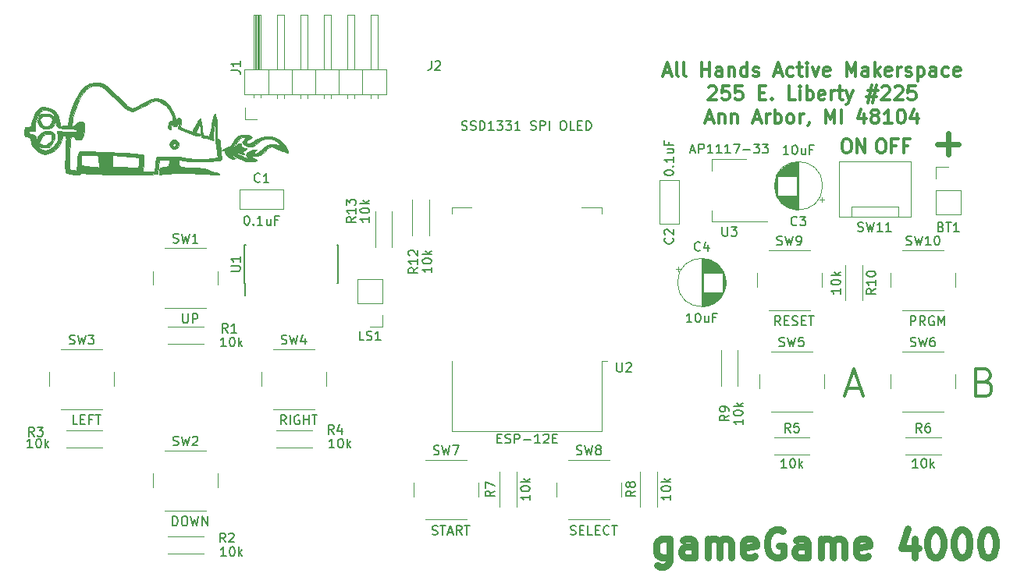
<source format=gto>
G04 #@! TF.GenerationSoftware,KiCad,Pcbnew,5.0.0-rc2-dev-unknown-r12507-fb882633*
G04 #@! TF.CreationDate,2018-03-27T10:23:12-04:00*
G04 #@! TF.ProjectId,Gamegame,47616D6567616D652E6B696361645F70,rev?*
G04 #@! TF.SameCoordinates,Original*
G04 #@! TF.FileFunction,Legend,Top*
G04 #@! TF.FilePolarity,Positive*
%FSLAX46Y46*%
G04 Gerber Fmt 4.6, Leading zero omitted, Abs format (unit mm)*
G04 Created by KiCad (PCBNEW 5.0.0-rc2-dev-unknown-r12507-fb882633) date Tue Mar 27 10:23:12 2018*
%MOMM*%
%LPD*%
G01*
G04 APERTURE LIST*
%ADD10C,0.750000*%
%ADD11C,0.300000*%
%ADD12C,0.600000*%
%ADD13C,0.120000*%
%ADD14C,0.150000*%
%ADD15C,0.010000*%
G04 APERTURE END LIST*
D10*
X146500000Y-75857142D02*
X146500000Y-78285714D01*
X146357142Y-78571428D01*
X146214285Y-78714285D01*
X145928571Y-78857142D01*
X145500000Y-78857142D01*
X145214285Y-78714285D01*
X146500000Y-77714285D02*
X146214285Y-77857142D01*
X145642857Y-77857142D01*
X145357142Y-77714285D01*
X145214285Y-77571428D01*
X145071428Y-77285714D01*
X145071428Y-76428571D01*
X145214285Y-76142857D01*
X145357142Y-76000000D01*
X145642857Y-75857142D01*
X146214285Y-75857142D01*
X146500000Y-76000000D01*
X149214285Y-77857142D02*
X149214285Y-76285714D01*
X149071428Y-76000000D01*
X148785714Y-75857142D01*
X148214285Y-75857142D01*
X147928571Y-76000000D01*
X149214285Y-77714285D02*
X148928571Y-77857142D01*
X148214285Y-77857142D01*
X147928571Y-77714285D01*
X147785714Y-77428571D01*
X147785714Y-77142857D01*
X147928571Y-76857142D01*
X148214285Y-76714285D01*
X148928571Y-76714285D01*
X149214285Y-76571428D01*
X150642857Y-77857142D02*
X150642857Y-75857142D01*
X150642857Y-76142857D02*
X150785714Y-76000000D01*
X151071428Y-75857142D01*
X151500000Y-75857142D01*
X151785714Y-76000000D01*
X151928571Y-76285714D01*
X151928571Y-77857142D01*
X151928571Y-76285714D02*
X152071428Y-76000000D01*
X152357142Y-75857142D01*
X152785714Y-75857142D01*
X153071428Y-76000000D01*
X153214285Y-76285714D01*
X153214285Y-77857142D01*
X155785714Y-77714285D02*
X155500000Y-77857142D01*
X154928571Y-77857142D01*
X154642857Y-77714285D01*
X154500000Y-77428571D01*
X154500000Y-76285714D01*
X154642857Y-76000000D01*
X154928571Y-75857142D01*
X155500000Y-75857142D01*
X155785714Y-76000000D01*
X155928571Y-76285714D01*
X155928571Y-76571428D01*
X154500000Y-76857142D01*
X158785714Y-75000000D02*
X158500000Y-74857142D01*
X158071428Y-74857142D01*
X157642857Y-75000000D01*
X157357142Y-75285714D01*
X157214285Y-75571428D01*
X157071428Y-76142857D01*
X157071428Y-76571428D01*
X157214285Y-77142857D01*
X157357142Y-77428571D01*
X157642857Y-77714285D01*
X158071428Y-77857142D01*
X158357142Y-77857142D01*
X158785714Y-77714285D01*
X158928571Y-77571428D01*
X158928571Y-76571428D01*
X158357142Y-76571428D01*
X161500000Y-77857142D02*
X161500000Y-76285714D01*
X161357142Y-76000000D01*
X161071428Y-75857142D01*
X160500000Y-75857142D01*
X160214285Y-76000000D01*
X161500000Y-77714285D02*
X161214285Y-77857142D01*
X160500000Y-77857142D01*
X160214285Y-77714285D01*
X160071428Y-77428571D01*
X160071428Y-77142857D01*
X160214285Y-76857142D01*
X160500000Y-76714285D01*
X161214285Y-76714285D01*
X161500000Y-76571428D01*
X162928571Y-77857142D02*
X162928571Y-75857142D01*
X162928571Y-76142857D02*
X163071428Y-76000000D01*
X163357142Y-75857142D01*
X163785714Y-75857142D01*
X164071428Y-76000000D01*
X164214285Y-76285714D01*
X164214285Y-77857142D01*
X164214285Y-76285714D02*
X164357142Y-76000000D01*
X164642857Y-75857142D01*
X165071428Y-75857142D01*
X165357142Y-76000000D01*
X165500000Y-76285714D01*
X165500000Y-77857142D01*
X168071428Y-77714285D02*
X167785714Y-77857142D01*
X167214285Y-77857142D01*
X166928571Y-77714285D01*
X166785714Y-77428571D01*
X166785714Y-76285714D01*
X166928571Y-76000000D01*
X167214285Y-75857142D01*
X167785714Y-75857142D01*
X168071428Y-76000000D01*
X168214285Y-76285714D01*
X168214285Y-76571428D01*
X166785714Y-76857142D01*
X173071428Y-75857142D02*
X173071428Y-77857142D01*
X172357142Y-74714285D02*
X171642857Y-76857142D01*
X173500000Y-76857142D01*
X175214285Y-74857142D02*
X175500000Y-74857142D01*
X175785714Y-75000000D01*
X175928571Y-75142857D01*
X176071428Y-75428571D01*
X176214285Y-76000000D01*
X176214285Y-76714285D01*
X176071428Y-77285714D01*
X175928571Y-77571428D01*
X175785714Y-77714285D01*
X175500000Y-77857142D01*
X175214285Y-77857142D01*
X174928571Y-77714285D01*
X174785714Y-77571428D01*
X174642857Y-77285714D01*
X174500000Y-76714285D01*
X174500000Y-76000000D01*
X174642857Y-75428571D01*
X174785714Y-75142857D01*
X174928571Y-75000000D01*
X175214285Y-74857142D01*
X178071428Y-74857142D02*
X178357142Y-74857142D01*
X178642857Y-75000000D01*
X178785714Y-75142857D01*
X178928571Y-75428571D01*
X179071428Y-76000000D01*
X179071428Y-76714285D01*
X178928571Y-77285714D01*
X178785714Y-77571428D01*
X178642857Y-77714285D01*
X178357142Y-77857142D01*
X178071428Y-77857142D01*
X177785714Y-77714285D01*
X177642857Y-77571428D01*
X177500000Y-77285714D01*
X177357142Y-76714285D01*
X177357142Y-76000000D01*
X177500000Y-75428571D01*
X177642857Y-75142857D01*
X177785714Y-75000000D01*
X178071428Y-74857142D01*
X180928571Y-74857142D02*
X181214285Y-74857142D01*
X181500000Y-75000000D01*
X181642857Y-75142857D01*
X181785714Y-75428571D01*
X181928571Y-76000000D01*
X181928571Y-76714285D01*
X181785714Y-77285714D01*
X181642857Y-77571428D01*
X181500000Y-77714285D01*
X181214285Y-77857142D01*
X180928571Y-77857142D01*
X180642857Y-77714285D01*
X180500000Y-77571428D01*
X180357142Y-77285714D01*
X180214285Y-76714285D01*
X180214285Y-76000000D01*
X180357142Y-75428571D01*
X180500000Y-75142857D01*
X180642857Y-75000000D01*
X180928571Y-74857142D01*
D11*
X145928571Y-25200000D02*
X146642857Y-25200000D01*
X145785714Y-25628571D02*
X146285714Y-24128571D01*
X146785714Y-25628571D01*
X147500000Y-25628571D02*
X147357142Y-25557142D01*
X147285714Y-25414285D01*
X147285714Y-24128571D01*
X148285714Y-25628571D02*
X148142857Y-25557142D01*
X148071428Y-25414285D01*
X148071428Y-24128571D01*
X150000000Y-25628571D02*
X150000000Y-24128571D01*
X150000000Y-24842857D02*
X150857142Y-24842857D01*
X150857142Y-25628571D02*
X150857142Y-24128571D01*
X152214285Y-25628571D02*
X152214285Y-24842857D01*
X152142857Y-24700000D01*
X152000000Y-24628571D01*
X151714285Y-24628571D01*
X151571428Y-24700000D01*
X152214285Y-25557142D02*
X152071428Y-25628571D01*
X151714285Y-25628571D01*
X151571428Y-25557142D01*
X151500000Y-25414285D01*
X151500000Y-25271428D01*
X151571428Y-25128571D01*
X151714285Y-25057142D01*
X152071428Y-25057142D01*
X152214285Y-24985714D01*
X152928571Y-24628571D02*
X152928571Y-25628571D01*
X152928571Y-24771428D02*
X153000000Y-24700000D01*
X153142857Y-24628571D01*
X153357142Y-24628571D01*
X153500000Y-24700000D01*
X153571428Y-24842857D01*
X153571428Y-25628571D01*
X154928571Y-25628571D02*
X154928571Y-24128571D01*
X154928571Y-25557142D02*
X154785714Y-25628571D01*
X154500000Y-25628571D01*
X154357142Y-25557142D01*
X154285714Y-25485714D01*
X154214285Y-25342857D01*
X154214285Y-24914285D01*
X154285714Y-24771428D01*
X154357142Y-24700000D01*
X154500000Y-24628571D01*
X154785714Y-24628571D01*
X154928571Y-24700000D01*
X155571428Y-25557142D02*
X155714285Y-25628571D01*
X156000000Y-25628571D01*
X156142857Y-25557142D01*
X156214285Y-25414285D01*
X156214285Y-25342857D01*
X156142857Y-25200000D01*
X156000000Y-25128571D01*
X155785714Y-25128571D01*
X155642857Y-25057142D01*
X155571428Y-24914285D01*
X155571428Y-24842857D01*
X155642857Y-24700000D01*
X155785714Y-24628571D01*
X156000000Y-24628571D01*
X156142857Y-24700000D01*
X157928571Y-25200000D02*
X158642857Y-25200000D01*
X157785714Y-25628571D02*
X158285714Y-24128571D01*
X158785714Y-25628571D01*
X159928571Y-25557142D02*
X159785714Y-25628571D01*
X159500000Y-25628571D01*
X159357142Y-25557142D01*
X159285714Y-25485714D01*
X159214285Y-25342857D01*
X159214285Y-24914285D01*
X159285714Y-24771428D01*
X159357142Y-24700000D01*
X159500000Y-24628571D01*
X159785714Y-24628571D01*
X159928571Y-24700000D01*
X160357142Y-24628571D02*
X160928571Y-24628571D01*
X160571428Y-24128571D02*
X160571428Y-25414285D01*
X160642857Y-25557142D01*
X160785714Y-25628571D01*
X160928571Y-25628571D01*
X161428571Y-25628571D02*
X161428571Y-24628571D01*
X161428571Y-24128571D02*
X161357142Y-24200000D01*
X161428571Y-24271428D01*
X161500000Y-24200000D01*
X161428571Y-24128571D01*
X161428571Y-24271428D01*
X162000000Y-24628571D02*
X162357142Y-25628571D01*
X162714285Y-24628571D01*
X163857142Y-25557142D02*
X163714285Y-25628571D01*
X163428571Y-25628571D01*
X163285714Y-25557142D01*
X163214285Y-25414285D01*
X163214285Y-24842857D01*
X163285714Y-24700000D01*
X163428571Y-24628571D01*
X163714285Y-24628571D01*
X163857142Y-24700000D01*
X163928571Y-24842857D01*
X163928571Y-24985714D01*
X163214285Y-25128571D01*
X165714285Y-25628571D02*
X165714285Y-24128571D01*
X166214285Y-25200000D01*
X166714285Y-24128571D01*
X166714285Y-25628571D01*
X168071428Y-25628571D02*
X168071428Y-24842857D01*
X168000000Y-24700000D01*
X167857142Y-24628571D01*
X167571428Y-24628571D01*
X167428571Y-24700000D01*
X168071428Y-25557142D02*
X167928571Y-25628571D01*
X167571428Y-25628571D01*
X167428571Y-25557142D01*
X167357142Y-25414285D01*
X167357142Y-25271428D01*
X167428571Y-25128571D01*
X167571428Y-25057142D01*
X167928571Y-25057142D01*
X168071428Y-24985714D01*
X168785714Y-25628571D02*
X168785714Y-24128571D01*
X168928571Y-25057142D02*
X169357142Y-25628571D01*
X169357142Y-24628571D02*
X168785714Y-25200000D01*
X170571428Y-25557142D02*
X170428571Y-25628571D01*
X170142857Y-25628571D01*
X170000000Y-25557142D01*
X169928571Y-25414285D01*
X169928571Y-24842857D01*
X170000000Y-24700000D01*
X170142857Y-24628571D01*
X170428571Y-24628571D01*
X170571428Y-24700000D01*
X170642857Y-24842857D01*
X170642857Y-24985714D01*
X169928571Y-25128571D01*
X171285714Y-25628571D02*
X171285714Y-24628571D01*
X171285714Y-24914285D02*
X171357142Y-24771428D01*
X171428571Y-24700000D01*
X171571428Y-24628571D01*
X171714285Y-24628571D01*
X172142857Y-25557142D02*
X172285714Y-25628571D01*
X172571428Y-25628571D01*
X172714285Y-25557142D01*
X172785714Y-25414285D01*
X172785714Y-25342857D01*
X172714285Y-25200000D01*
X172571428Y-25128571D01*
X172357142Y-25128571D01*
X172214285Y-25057142D01*
X172142857Y-24914285D01*
X172142857Y-24842857D01*
X172214285Y-24700000D01*
X172357142Y-24628571D01*
X172571428Y-24628571D01*
X172714285Y-24700000D01*
X173428571Y-24628571D02*
X173428571Y-26128571D01*
X173428571Y-24700000D02*
X173571428Y-24628571D01*
X173857142Y-24628571D01*
X174000000Y-24700000D01*
X174071428Y-24771428D01*
X174142857Y-24914285D01*
X174142857Y-25342857D01*
X174071428Y-25485714D01*
X174000000Y-25557142D01*
X173857142Y-25628571D01*
X173571428Y-25628571D01*
X173428571Y-25557142D01*
X175428571Y-25628571D02*
X175428571Y-24842857D01*
X175357142Y-24700000D01*
X175214285Y-24628571D01*
X174928571Y-24628571D01*
X174785714Y-24700000D01*
X175428571Y-25557142D02*
X175285714Y-25628571D01*
X174928571Y-25628571D01*
X174785714Y-25557142D01*
X174714285Y-25414285D01*
X174714285Y-25271428D01*
X174785714Y-25128571D01*
X174928571Y-25057142D01*
X175285714Y-25057142D01*
X175428571Y-24985714D01*
X176785714Y-25557142D02*
X176642857Y-25628571D01*
X176357142Y-25628571D01*
X176214285Y-25557142D01*
X176142857Y-25485714D01*
X176071428Y-25342857D01*
X176071428Y-24914285D01*
X176142857Y-24771428D01*
X176214285Y-24700000D01*
X176357142Y-24628571D01*
X176642857Y-24628571D01*
X176785714Y-24700000D01*
X178000000Y-25557142D02*
X177857142Y-25628571D01*
X177571428Y-25628571D01*
X177428571Y-25557142D01*
X177357142Y-25414285D01*
X177357142Y-24842857D01*
X177428571Y-24700000D01*
X177571428Y-24628571D01*
X177857142Y-24628571D01*
X178000000Y-24700000D01*
X178071428Y-24842857D01*
X178071428Y-24985714D01*
X177357142Y-25128571D01*
X150750000Y-26821428D02*
X150821428Y-26750000D01*
X150964285Y-26678571D01*
X151321428Y-26678571D01*
X151464285Y-26750000D01*
X151535714Y-26821428D01*
X151607142Y-26964285D01*
X151607142Y-27107142D01*
X151535714Y-27321428D01*
X150678571Y-28178571D01*
X151607142Y-28178571D01*
X152964285Y-26678571D02*
X152250000Y-26678571D01*
X152178571Y-27392857D01*
X152250000Y-27321428D01*
X152392857Y-27250000D01*
X152750000Y-27250000D01*
X152892857Y-27321428D01*
X152964285Y-27392857D01*
X153035714Y-27535714D01*
X153035714Y-27892857D01*
X152964285Y-28035714D01*
X152892857Y-28107142D01*
X152750000Y-28178571D01*
X152392857Y-28178571D01*
X152250000Y-28107142D01*
X152178571Y-28035714D01*
X154392857Y-26678571D02*
X153678571Y-26678571D01*
X153607142Y-27392857D01*
X153678571Y-27321428D01*
X153821428Y-27250000D01*
X154178571Y-27250000D01*
X154321428Y-27321428D01*
X154392857Y-27392857D01*
X154464285Y-27535714D01*
X154464285Y-27892857D01*
X154392857Y-28035714D01*
X154321428Y-28107142D01*
X154178571Y-28178571D01*
X153821428Y-28178571D01*
X153678571Y-28107142D01*
X153607142Y-28035714D01*
X156250000Y-27392857D02*
X156750000Y-27392857D01*
X156964285Y-28178571D02*
X156250000Y-28178571D01*
X156250000Y-26678571D01*
X156964285Y-26678571D01*
X157607142Y-28035714D02*
X157678571Y-28107142D01*
X157607142Y-28178571D01*
X157535714Y-28107142D01*
X157607142Y-28035714D01*
X157607142Y-28178571D01*
X160178571Y-28178571D02*
X159464285Y-28178571D01*
X159464285Y-26678571D01*
X160678571Y-28178571D02*
X160678571Y-27178571D01*
X160678571Y-26678571D02*
X160607142Y-26750000D01*
X160678571Y-26821428D01*
X160750000Y-26750000D01*
X160678571Y-26678571D01*
X160678571Y-26821428D01*
X161392857Y-28178571D02*
X161392857Y-26678571D01*
X161392857Y-27250000D02*
X161535714Y-27178571D01*
X161821428Y-27178571D01*
X161964285Y-27250000D01*
X162035714Y-27321428D01*
X162107142Y-27464285D01*
X162107142Y-27892857D01*
X162035714Y-28035714D01*
X161964285Y-28107142D01*
X161821428Y-28178571D01*
X161535714Y-28178571D01*
X161392857Y-28107142D01*
X163321428Y-28107142D02*
X163178571Y-28178571D01*
X162892857Y-28178571D01*
X162750000Y-28107142D01*
X162678571Y-27964285D01*
X162678571Y-27392857D01*
X162750000Y-27250000D01*
X162892857Y-27178571D01*
X163178571Y-27178571D01*
X163321428Y-27250000D01*
X163392857Y-27392857D01*
X163392857Y-27535714D01*
X162678571Y-27678571D01*
X164035714Y-28178571D02*
X164035714Y-27178571D01*
X164035714Y-27464285D02*
X164107142Y-27321428D01*
X164178571Y-27250000D01*
X164321428Y-27178571D01*
X164464285Y-27178571D01*
X164750000Y-27178571D02*
X165321428Y-27178571D01*
X164964285Y-26678571D02*
X164964285Y-27964285D01*
X165035714Y-28107142D01*
X165178571Y-28178571D01*
X165321428Y-28178571D01*
X165678571Y-27178571D02*
X166035714Y-28178571D01*
X166392857Y-27178571D02*
X166035714Y-28178571D01*
X165892857Y-28535714D01*
X165821428Y-28607142D01*
X165678571Y-28678571D01*
X168035714Y-27178571D02*
X169107142Y-27178571D01*
X168464285Y-26535714D02*
X168035714Y-28464285D01*
X168964285Y-27821428D02*
X167892857Y-27821428D01*
X168535714Y-28464285D02*
X168964285Y-26535714D01*
X169535714Y-26821428D02*
X169607142Y-26750000D01*
X169750000Y-26678571D01*
X170107142Y-26678571D01*
X170250000Y-26750000D01*
X170321428Y-26821428D01*
X170392857Y-26964285D01*
X170392857Y-27107142D01*
X170321428Y-27321428D01*
X169464285Y-28178571D01*
X170392857Y-28178571D01*
X170964285Y-26821428D02*
X171035714Y-26750000D01*
X171178571Y-26678571D01*
X171535714Y-26678571D01*
X171678571Y-26750000D01*
X171750000Y-26821428D01*
X171821428Y-26964285D01*
X171821428Y-27107142D01*
X171750000Y-27321428D01*
X170892857Y-28178571D01*
X171821428Y-28178571D01*
X173178571Y-26678571D02*
X172464285Y-26678571D01*
X172392857Y-27392857D01*
X172464285Y-27321428D01*
X172607142Y-27250000D01*
X172964285Y-27250000D01*
X173107142Y-27321428D01*
X173178571Y-27392857D01*
X173250000Y-27535714D01*
X173250000Y-27892857D01*
X173178571Y-28035714D01*
X173107142Y-28107142D01*
X172964285Y-28178571D01*
X172607142Y-28178571D01*
X172464285Y-28107142D01*
X172392857Y-28035714D01*
X150500000Y-30300000D02*
X151214285Y-30300000D01*
X150357142Y-30728571D02*
X150857142Y-29228571D01*
X151357142Y-30728571D01*
X151857142Y-29728571D02*
X151857142Y-30728571D01*
X151857142Y-29871428D02*
X151928571Y-29800000D01*
X152071428Y-29728571D01*
X152285714Y-29728571D01*
X152428571Y-29800000D01*
X152500000Y-29942857D01*
X152500000Y-30728571D01*
X153214285Y-29728571D02*
X153214285Y-30728571D01*
X153214285Y-29871428D02*
X153285714Y-29800000D01*
X153428571Y-29728571D01*
X153642857Y-29728571D01*
X153785714Y-29800000D01*
X153857142Y-29942857D01*
X153857142Y-30728571D01*
X155642857Y-30300000D02*
X156357142Y-30300000D01*
X155500000Y-30728571D02*
X156000000Y-29228571D01*
X156500000Y-30728571D01*
X157000000Y-30728571D02*
X157000000Y-29728571D01*
X157000000Y-30014285D02*
X157071428Y-29871428D01*
X157142857Y-29800000D01*
X157285714Y-29728571D01*
X157428571Y-29728571D01*
X157928571Y-30728571D02*
X157928571Y-29228571D01*
X157928571Y-29800000D02*
X158071428Y-29728571D01*
X158357142Y-29728571D01*
X158500000Y-29800000D01*
X158571428Y-29871428D01*
X158642857Y-30014285D01*
X158642857Y-30442857D01*
X158571428Y-30585714D01*
X158500000Y-30657142D01*
X158357142Y-30728571D01*
X158071428Y-30728571D01*
X157928571Y-30657142D01*
X159500000Y-30728571D02*
X159357142Y-30657142D01*
X159285714Y-30585714D01*
X159214285Y-30442857D01*
X159214285Y-30014285D01*
X159285714Y-29871428D01*
X159357142Y-29800000D01*
X159500000Y-29728571D01*
X159714285Y-29728571D01*
X159857142Y-29800000D01*
X159928571Y-29871428D01*
X160000000Y-30014285D01*
X160000000Y-30442857D01*
X159928571Y-30585714D01*
X159857142Y-30657142D01*
X159714285Y-30728571D01*
X159500000Y-30728571D01*
X160642857Y-30728571D02*
X160642857Y-29728571D01*
X160642857Y-30014285D02*
X160714285Y-29871428D01*
X160785714Y-29800000D01*
X160928571Y-29728571D01*
X161071428Y-29728571D01*
X161642857Y-30657142D02*
X161642857Y-30728571D01*
X161571428Y-30871428D01*
X161500000Y-30942857D01*
X163428571Y-30728571D02*
X163428571Y-29228571D01*
X163928571Y-30300000D01*
X164428571Y-29228571D01*
X164428571Y-30728571D01*
X165142857Y-30728571D02*
X165142857Y-29228571D01*
X167642857Y-29728571D02*
X167642857Y-30728571D01*
X167285714Y-29157142D02*
X166928571Y-30228571D01*
X167857142Y-30228571D01*
X168642857Y-29871428D02*
X168500000Y-29800000D01*
X168428571Y-29728571D01*
X168357142Y-29585714D01*
X168357142Y-29514285D01*
X168428571Y-29371428D01*
X168500000Y-29300000D01*
X168642857Y-29228571D01*
X168928571Y-29228571D01*
X169071428Y-29300000D01*
X169142857Y-29371428D01*
X169214285Y-29514285D01*
X169214285Y-29585714D01*
X169142857Y-29728571D01*
X169071428Y-29800000D01*
X168928571Y-29871428D01*
X168642857Y-29871428D01*
X168500000Y-29942857D01*
X168428571Y-30014285D01*
X168357142Y-30157142D01*
X168357142Y-30442857D01*
X168428571Y-30585714D01*
X168500000Y-30657142D01*
X168642857Y-30728571D01*
X168928571Y-30728571D01*
X169071428Y-30657142D01*
X169142857Y-30585714D01*
X169214285Y-30442857D01*
X169214285Y-30157142D01*
X169142857Y-30014285D01*
X169071428Y-29942857D01*
X168928571Y-29871428D01*
X170642857Y-30728571D02*
X169785714Y-30728571D01*
X170214285Y-30728571D02*
X170214285Y-29228571D01*
X170071428Y-29442857D01*
X169928571Y-29585714D01*
X169785714Y-29657142D01*
X171571428Y-29228571D02*
X171714285Y-29228571D01*
X171857142Y-29300000D01*
X171928571Y-29371428D01*
X172000000Y-29514285D01*
X172071428Y-29800000D01*
X172071428Y-30157142D01*
X172000000Y-30442857D01*
X171928571Y-30585714D01*
X171857142Y-30657142D01*
X171714285Y-30728571D01*
X171571428Y-30728571D01*
X171428571Y-30657142D01*
X171357142Y-30585714D01*
X171285714Y-30442857D01*
X171214285Y-30157142D01*
X171214285Y-29800000D01*
X171285714Y-29514285D01*
X171357142Y-29371428D01*
X171428571Y-29300000D01*
X171571428Y-29228571D01*
X173357142Y-29728571D02*
X173357142Y-30728571D01*
X173000000Y-29157142D02*
X172642857Y-30228571D01*
X173571428Y-30228571D01*
X165571428Y-32428571D02*
X165857142Y-32428571D01*
X166000000Y-32500000D01*
X166142857Y-32642857D01*
X166214285Y-32928571D01*
X166214285Y-33428571D01*
X166142857Y-33714285D01*
X166000000Y-33857142D01*
X165857142Y-33928571D01*
X165571428Y-33928571D01*
X165428571Y-33857142D01*
X165285714Y-33714285D01*
X165214285Y-33428571D01*
X165214285Y-32928571D01*
X165285714Y-32642857D01*
X165428571Y-32500000D01*
X165571428Y-32428571D01*
X166857142Y-33928571D02*
X166857142Y-32428571D01*
X167714285Y-33928571D01*
X167714285Y-32428571D01*
X169321428Y-32428571D02*
X169607142Y-32428571D01*
X169750000Y-32500000D01*
X169892857Y-32642857D01*
X169964285Y-32928571D01*
X169964285Y-33428571D01*
X169892857Y-33714285D01*
X169750000Y-33857142D01*
X169607142Y-33928571D01*
X169321428Y-33928571D01*
X169178571Y-33857142D01*
X169035714Y-33714285D01*
X168964285Y-33428571D01*
X168964285Y-32928571D01*
X169035714Y-32642857D01*
X169178571Y-32500000D01*
X169321428Y-32428571D01*
X171107142Y-33142857D02*
X170607142Y-33142857D01*
X170607142Y-33928571D02*
X170607142Y-32428571D01*
X171321428Y-32428571D01*
X172392857Y-33142857D02*
X171892857Y-33142857D01*
X171892857Y-33928571D02*
X171892857Y-32428571D01*
X172607142Y-32428571D01*
D12*
X175607142Y-32964285D02*
X177892857Y-32964285D01*
X176750000Y-34107142D02*
X176750000Y-31821428D01*
D11*
X180714285Y-58785714D02*
X181142857Y-58928571D01*
X181285714Y-59071428D01*
X181428571Y-59357142D01*
X181428571Y-59785714D01*
X181285714Y-60071428D01*
X181142857Y-60214285D01*
X180857142Y-60357142D01*
X179714285Y-60357142D01*
X179714285Y-57357142D01*
X180714285Y-57357142D01*
X181000000Y-57500000D01*
X181142857Y-57642857D01*
X181285714Y-57928571D01*
X181285714Y-58214285D01*
X181142857Y-58500000D01*
X181000000Y-58642857D01*
X180714285Y-58785714D01*
X179714285Y-58785714D01*
X165785714Y-59500000D02*
X167214285Y-59500000D01*
X165500000Y-60357142D02*
X166500000Y-57357142D01*
X167500000Y-60357142D01*
D13*
X147445225Y-46275000D02*
X147445225Y-46775000D01*
X147195225Y-46525000D02*
X147695225Y-46525000D01*
X152601000Y-47716000D02*
X152601000Y-48284000D01*
X152561000Y-47482000D02*
X152561000Y-48518000D01*
X152521000Y-47323000D02*
X152521000Y-48677000D01*
X152481000Y-47195000D02*
X152481000Y-48805000D01*
X152441000Y-47085000D02*
X152441000Y-48915000D01*
X152401000Y-46989000D02*
X152401000Y-49011000D01*
X152361000Y-46902000D02*
X152361000Y-49098000D01*
X152321000Y-46822000D02*
X152321000Y-49178000D01*
X152281000Y-49040000D02*
X152281000Y-49251000D01*
X152281000Y-46749000D02*
X152281000Y-46960000D01*
X152241000Y-49040000D02*
X152241000Y-49319000D01*
X152241000Y-46681000D02*
X152241000Y-46960000D01*
X152201000Y-49040000D02*
X152201000Y-49383000D01*
X152201000Y-46617000D02*
X152201000Y-46960000D01*
X152161000Y-49040000D02*
X152161000Y-49443000D01*
X152161000Y-46557000D02*
X152161000Y-46960000D01*
X152121000Y-49040000D02*
X152121000Y-49500000D01*
X152121000Y-46500000D02*
X152121000Y-46960000D01*
X152081000Y-49040000D02*
X152081000Y-49554000D01*
X152081000Y-46446000D02*
X152081000Y-46960000D01*
X152041000Y-49040000D02*
X152041000Y-49605000D01*
X152041000Y-46395000D02*
X152041000Y-46960000D01*
X152001000Y-49040000D02*
X152001000Y-49653000D01*
X152001000Y-46347000D02*
X152001000Y-46960000D01*
X151961000Y-49040000D02*
X151961000Y-49699000D01*
X151961000Y-46301000D02*
X151961000Y-46960000D01*
X151921000Y-49040000D02*
X151921000Y-49743000D01*
X151921000Y-46257000D02*
X151921000Y-46960000D01*
X151881000Y-49040000D02*
X151881000Y-49785000D01*
X151881000Y-46215000D02*
X151881000Y-46960000D01*
X151841000Y-49040000D02*
X151841000Y-49826000D01*
X151841000Y-46174000D02*
X151841000Y-46960000D01*
X151801000Y-49040000D02*
X151801000Y-49864000D01*
X151801000Y-46136000D02*
X151801000Y-46960000D01*
X151761000Y-49040000D02*
X151761000Y-49901000D01*
X151761000Y-46099000D02*
X151761000Y-46960000D01*
X151721000Y-49040000D02*
X151721000Y-49937000D01*
X151721000Y-46063000D02*
X151721000Y-46960000D01*
X151681000Y-49040000D02*
X151681000Y-49971000D01*
X151681000Y-46029000D02*
X151681000Y-46960000D01*
X151641000Y-49040000D02*
X151641000Y-50004000D01*
X151641000Y-45996000D02*
X151641000Y-46960000D01*
X151601000Y-49040000D02*
X151601000Y-50035000D01*
X151601000Y-45965000D02*
X151601000Y-46960000D01*
X151561000Y-49040000D02*
X151561000Y-50065000D01*
X151561000Y-45935000D02*
X151561000Y-46960000D01*
X151521000Y-49040000D02*
X151521000Y-50095000D01*
X151521000Y-45905000D02*
X151521000Y-46960000D01*
X151481000Y-49040000D02*
X151481000Y-50122000D01*
X151481000Y-45878000D02*
X151481000Y-46960000D01*
X151441000Y-49040000D02*
X151441000Y-50149000D01*
X151441000Y-45851000D02*
X151441000Y-46960000D01*
X151401000Y-49040000D02*
X151401000Y-50175000D01*
X151401000Y-45825000D02*
X151401000Y-46960000D01*
X151361000Y-49040000D02*
X151361000Y-50200000D01*
X151361000Y-45800000D02*
X151361000Y-46960000D01*
X151321000Y-49040000D02*
X151321000Y-50224000D01*
X151321000Y-45776000D02*
X151321000Y-46960000D01*
X151281000Y-49040000D02*
X151281000Y-50247000D01*
X151281000Y-45753000D02*
X151281000Y-46960000D01*
X151241000Y-49040000D02*
X151241000Y-50268000D01*
X151241000Y-45732000D02*
X151241000Y-46960000D01*
X151201000Y-49040000D02*
X151201000Y-50290000D01*
X151201000Y-45710000D02*
X151201000Y-46960000D01*
X151161000Y-49040000D02*
X151161000Y-50310000D01*
X151161000Y-45690000D02*
X151161000Y-46960000D01*
X151121000Y-49040000D02*
X151121000Y-50329000D01*
X151121000Y-45671000D02*
X151121000Y-46960000D01*
X151081000Y-49040000D02*
X151081000Y-50348000D01*
X151081000Y-45652000D02*
X151081000Y-46960000D01*
X151041000Y-49040000D02*
X151041000Y-50365000D01*
X151041000Y-45635000D02*
X151041000Y-46960000D01*
X151001000Y-49040000D02*
X151001000Y-50382000D01*
X151001000Y-45618000D02*
X151001000Y-46960000D01*
X150961000Y-49040000D02*
X150961000Y-50398000D01*
X150961000Y-45602000D02*
X150961000Y-46960000D01*
X150921000Y-49040000D02*
X150921000Y-50414000D01*
X150921000Y-45586000D02*
X150921000Y-46960000D01*
X150881000Y-49040000D02*
X150881000Y-50428000D01*
X150881000Y-45572000D02*
X150881000Y-46960000D01*
X150841000Y-49040000D02*
X150841000Y-50442000D01*
X150841000Y-45558000D02*
X150841000Y-46960000D01*
X150801000Y-49040000D02*
X150801000Y-50455000D01*
X150801000Y-45545000D02*
X150801000Y-46960000D01*
X150761000Y-49040000D02*
X150761000Y-50468000D01*
X150761000Y-45532000D02*
X150761000Y-46960000D01*
X150721000Y-49040000D02*
X150721000Y-50480000D01*
X150721000Y-45520000D02*
X150721000Y-46960000D01*
X150680000Y-49040000D02*
X150680000Y-50491000D01*
X150680000Y-45509000D02*
X150680000Y-46960000D01*
X150640000Y-49040000D02*
X150640000Y-50501000D01*
X150640000Y-45499000D02*
X150640000Y-46960000D01*
X150600000Y-49040000D02*
X150600000Y-50511000D01*
X150600000Y-45489000D02*
X150600000Y-46960000D01*
X150560000Y-49040000D02*
X150560000Y-50520000D01*
X150560000Y-45480000D02*
X150560000Y-46960000D01*
X150520000Y-49040000D02*
X150520000Y-50528000D01*
X150520000Y-45472000D02*
X150520000Y-46960000D01*
X150480000Y-49040000D02*
X150480000Y-50536000D01*
X150480000Y-45464000D02*
X150480000Y-46960000D01*
X150440000Y-49040000D02*
X150440000Y-50543000D01*
X150440000Y-45457000D02*
X150440000Y-46960000D01*
X150400000Y-49040000D02*
X150400000Y-50550000D01*
X150400000Y-45450000D02*
X150400000Y-46960000D01*
X150360000Y-49040000D02*
X150360000Y-50556000D01*
X150360000Y-45444000D02*
X150360000Y-46960000D01*
X150320000Y-49040000D02*
X150320000Y-50561000D01*
X150320000Y-45439000D02*
X150320000Y-46960000D01*
X150280000Y-49040000D02*
X150280000Y-50565000D01*
X150280000Y-45435000D02*
X150280000Y-46960000D01*
X150240000Y-49040000D02*
X150240000Y-50569000D01*
X150240000Y-45431000D02*
X150240000Y-46960000D01*
X150200000Y-45427000D02*
X150200000Y-50573000D01*
X150160000Y-45424000D02*
X150160000Y-50576000D01*
X150120000Y-45422000D02*
X150120000Y-50578000D01*
X150080000Y-45421000D02*
X150080000Y-50579000D01*
X150040000Y-45420000D02*
X150040000Y-50580000D01*
X150000000Y-45420000D02*
X150000000Y-50580000D01*
X152620000Y-48000000D02*
G75*
G03X152620000Y-48000000I-2620000J0D01*
G01*
X163054775Y-39225000D02*
X163054775Y-38725000D01*
X163304775Y-38975000D02*
X162804775Y-38975000D01*
X157899000Y-37784000D02*
X157899000Y-37216000D01*
X157939000Y-38018000D02*
X157939000Y-36982000D01*
X157979000Y-38177000D02*
X157979000Y-36823000D01*
X158019000Y-38305000D02*
X158019000Y-36695000D01*
X158059000Y-38415000D02*
X158059000Y-36585000D01*
X158099000Y-38511000D02*
X158099000Y-36489000D01*
X158139000Y-38598000D02*
X158139000Y-36402000D01*
X158179000Y-38678000D02*
X158179000Y-36322000D01*
X158219000Y-36460000D02*
X158219000Y-36249000D01*
X158219000Y-38751000D02*
X158219000Y-38540000D01*
X158259000Y-36460000D02*
X158259000Y-36181000D01*
X158259000Y-38819000D02*
X158259000Y-38540000D01*
X158299000Y-36460000D02*
X158299000Y-36117000D01*
X158299000Y-38883000D02*
X158299000Y-38540000D01*
X158339000Y-36460000D02*
X158339000Y-36057000D01*
X158339000Y-38943000D02*
X158339000Y-38540000D01*
X158379000Y-36460000D02*
X158379000Y-36000000D01*
X158379000Y-39000000D02*
X158379000Y-38540000D01*
X158419000Y-36460000D02*
X158419000Y-35946000D01*
X158419000Y-39054000D02*
X158419000Y-38540000D01*
X158459000Y-36460000D02*
X158459000Y-35895000D01*
X158459000Y-39105000D02*
X158459000Y-38540000D01*
X158499000Y-36460000D02*
X158499000Y-35847000D01*
X158499000Y-39153000D02*
X158499000Y-38540000D01*
X158539000Y-36460000D02*
X158539000Y-35801000D01*
X158539000Y-39199000D02*
X158539000Y-38540000D01*
X158579000Y-36460000D02*
X158579000Y-35757000D01*
X158579000Y-39243000D02*
X158579000Y-38540000D01*
X158619000Y-36460000D02*
X158619000Y-35715000D01*
X158619000Y-39285000D02*
X158619000Y-38540000D01*
X158659000Y-36460000D02*
X158659000Y-35674000D01*
X158659000Y-39326000D02*
X158659000Y-38540000D01*
X158699000Y-36460000D02*
X158699000Y-35636000D01*
X158699000Y-39364000D02*
X158699000Y-38540000D01*
X158739000Y-36460000D02*
X158739000Y-35599000D01*
X158739000Y-39401000D02*
X158739000Y-38540000D01*
X158779000Y-36460000D02*
X158779000Y-35563000D01*
X158779000Y-39437000D02*
X158779000Y-38540000D01*
X158819000Y-36460000D02*
X158819000Y-35529000D01*
X158819000Y-39471000D02*
X158819000Y-38540000D01*
X158859000Y-36460000D02*
X158859000Y-35496000D01*
X158859000Y-39504000D02*
X158859000Y-38540000D01*
X158899000Y-36460000D02*
X158899000Y-35465000D01*
X158899000Y-39535000D02*
X158899000Y-38540000D01*
X158939000Y-36460000D02*
X158939000Y-35435000D01*
X158939000Y-39565000D02*
X158939000Y-38540000D01*
X158979000Y-36460000D02*
X158979000Y-35405000D01*
X158979000Y-39595000D02*
X158979000Y-38540000D01*
X159019000Y-36460000D02*
X159019000Y-35378000D01*
X159019000Y-39622000D02*
X159019000Y-38540000D01*
X159059000Y-36460000D02*
X159059000Y-35351000D01*
X159059000Y-39649000D02*
X159059000Y-38540000D01*
X159099000Y-36460000D02*
X159099000Y-35325000D01*
X159099000Y-39675000D02*
X159099000Y-38540000D01*
X159139000Y-36460000D02*
X159139000Y-35300000D01*
X159139000Y-39700000D02*
X159139000Y-38540000D01*
X159179000Y-36460000D02*
X159179000Y-35276000D01*
X159179000Y-39724000D02*
X159179000Y-38540000D01*
X159219000Y-36460000D02*
X159219000Y-35253000D01*
X159219000Y-39747000D02*
X159219000Y-38540000D01*
X159259000Y-36460000D02*
X159259000Y-35232000D01*
X159259000Y-39768000D02*
X159259000Y-38540000D01*
X159299000Y-36460000D02*
X159299000Y-35210000D01*
X159299000Y-39790000D02*
X159299000Y-38540000D01*
X159339000Y-36460000D02*
X159339000Y-35190000D01*
X159339000Y-39810000D02*
X159339000Y-38540000D01*
X159379000Y-36460000D02*
X159379000Y-35171000D01*
X159379000Y-39829000D02*
X159379000Y-38540000D01*
X159419000Y-36460000D02*
X159419000Y-35152000D01*
X159419000Y-39848000D02*
X159419000Y-38540000D01*
X159459000Y-36460000D02*
X159459000Y-35135000D01*
X159459000Y-39865000D02*
X159459000Y-38540000D01*
X159499000Y-36460000D02*
X159499000Y-35118000D01*
X159499000Y-39882000D02*
X159499000Y-38540000D01*
X159539000Y-36460000D02*
X159539000Y-35102000D01*
X159539000Y-39898000D02*
X159539000Y-38540000D01*
X159579000Y-36460000D02*
X159579000Y-35086000D01*
X159579000Y-39914000D02*
X159579000Y-38540000D01*
X159619000Y-36460000D02*
X159619000Y-35072000D01*
X159619000Y-39928000D02*
X159619000Y-38540000D01*
X159659000Y-36460000D02*
X159659000Y-35058000D01*
X159659000Y-39942000D02*
X159659000Y-38540000D01*
X159699000Y-36460000D02*
X159699000Y-35045000D01*
X159699000Y-39955000D02*
X159699000Y-38540000D01*
X159739000Y-36460000D02*
X159739000Y-35032000D01*
X159739000Y-39968000D02*
X159739000Y-38540000D01*
X159779000Y-36460000D02*
X159779000Y-35020000D01*
X159779000Y-39980000D02*
X159779000Y-38540000D01*
X159820000Y-36460000D02*
X159820000Y-35009000D01*
X159820000Y-39991000D02*
X159820000Y-38540000D01*
X159860000Y-36460000D02*
X159860000Y-34999000D01*
X159860000Y-40001000D02*
X159860000Y-38540000D01*
X159900000Y-36460000D02*
X159900000Y-34989000D01*
X159900000Y-40011000D02*
X159900000Y-38540000D01*
X159940000Y-36460000D02*
X159940000Y-34980000D01*
X159940000Y-40020000D02*
X159940000Y-38540000D01*
X159980000Y-36460000D02*
X159980000Y-34972000D01*
X159980000Y-40028000D02*
X159980000Y-38540000D01*
X160020000Y-36460000D02*
X160020000Y-34964000D01*
X160020000Y-40036000D02*
X160020000Y-38540000D01*
X160060000Y-36460000D02*
X160060000Y-34957000D01*
X160060000Y-40043000D02*
X160060000Y-38540000D01*
X160100000Y-36460000D02*
X160100000Y-34950000D01*
X160100000Y-40050000D02*
X160100000Y-38540000D01*
X160140000Y-36460000D02*
X160140000Y-34944000D01*
X160140000Y-40056000D02*
X160140000Y-38540000D01*
X160180000Y-36460000D02*
X160180000Y-34939000D01*
X160180000Y-40061000D02*
X160180000Y-38540000D01*
X160220000Y-36460000D02*
X160220000Y-34935000D01*
X160220000Y-40065000D02*
X160220000Y-38540000D01*
X160260000Y-36460000D02*
X160260000Y-34931000D01*
X160260000Y-40069000D02*
X160260000Y-38540000D01*
X160300000Y-40073000D02*
X160300000Y-34927000D01*
X160340000Y-40076000D02*
X160340000Y-34924000D01*
X160380000Y-40078000D02*
X160380000Y-34922000D01*
X160420000Y-40079000D02*
X160420000Y-34921000D01*
X160460000Y-40080000D02*
X160460000Y-34920000D01*
X160500000Y-40080000D02*
X160500000Y-34920000D01*
X163120000Y-37500000D02*
G75*
G03X163120000Y-37500000I-2620000J0D01*
G01*
X147560000Y-36890000D02*
X147560000Y-41610000D01*
X145440000Y-36890000D02*
X145440000Y-41610000D01*
X147560000Y-36890000D02*
X145440000Y-36890000D01*
X147560000Y-41610000D02*
X145440000Y-41610000D01*
X99890000Y-37940000D02*
X104610000Y-37940000D01*
X99890000Y-40060000D02*
X104610000Y-40060000D01*
X99890000Y-37940000D02*
X99890000Y-40060000D01*
X104610000Y-37940000D02*
X104610000Y-40060000D01*
X100420000Y-27560000D02*
X115780000Y-27560000D01*
X115780000Y-27560000D02*
X115780000Y-24900000D01*
X115780000Y-24900000D02*
X100420000Y-24900000D01*
X100420000Y-24900000D02*
X100420000Y-27560000D01*
X101370000Y-24900000D02*
X101370000Y-18900000D01*
X101370000Y-18900000D02*
X102130000Y-18900000D01*
X102130000Y-18900000D02*
X102130000Y-24900000D01*
X101430000Y-24900000D02*
X101430000Y-18900000D01*
X101550000Y-24900000D02*
X101550000Y-18900000D01*
X101670000Y-24900000D02*
X101670000Y-18900000D01*
X101790000Y-24900000D02*
X101790000Y-18900000D01*
X101910000Y-24900000D02*
X101910000Y-18900000D01*
X102030000Y-24900000D02*
X102030000Y-18900000D01*
X101370000Y-27890000D02*
X101370000Y-27560000D01*
X102130000Y-27890000D02*
X102130000Y-27560000D01*
X103020000Y-27560000D02*
X103020000Y-24900000D01*
X103910000Y-24900000D02*
X103910000Y-18900000D01*
X103910000Y-18900000D02*
X104670000Y-18900000D01*
X104670000Y-18900000D02*
X104670000Y-24900000D01*
X103910000Y-27957071D02*
X103910000Y-27560000D01*
X104670000Y-27957071D02*
X104670000Y-27560000D01*
X105560000Y-27560000D02*
X105560000Y-24900000D01*
X106450000Y-24900000D02*
X106450000Y-18900000D01*
X106450000Y-18900000D02*
X107210000Y-18900000D01*
X107210000Y-18900000D02*
X107210000Y-24900000D01*
X106450000Y-27957071D02*
X106450000Y-27560000D01*
X107210000Y-27957071D02*
X107210000Y-27560000D01*
X108100000Y-27560000D02*
X108100000Y-24900000D01*
X108990000Y-24900000D02*
X108990000Y-18900000D01*
X108990000Y-18900000D02*
X109750000Y-18900000D01*
X109750000Y-18900000D02*
X109750000Y-24900000D01*
X108990000Y-27957071D02*
X108990000Y-27560000D01*
X109750000Y-27957071D02*
X109750000Y-27560000D01*
X110640000Y-27560000D02*
X110640000Y-24900000D01*
X111530000Y-24900000D02*
X111530000Y-18900000D01*
X111530000Y-18900000D02*
X112290000Y-18900000D01*
X112290000Y-18900000D02*
X112290000Y-24900000D01*
X111530000Y-27957071D02*
X111530000Y-27560000D01*
X112290000Y-27957071D02*
X112290000Y-27560000D01*
X113180000Y-27560000D02*
X113180000Y-24900000D01*
X114070000Y-24900000D02*
X114070000Y-18900000D01*
X114070000Y-18900000D02*
X114830000Y-18900000D01*
X114830000Y-18900000D02*
X114830000Y-24900000D01*
X114070000Y-27957071D02*
X114070000Y-27560000D01*
X114830000Y-27957071D02*
X114830000Y-27560000D01*
X101750000Y-30270000D02*
X100480000Y-30270000D01*
X100480000Y-30270000D02*
X100480000Y-29000000D01*
X91750000Y-50750000D02*
X96250000Y-50750000D01*
X90500000Y-46750000D02*
X90500000Y-48250000D01*
X96250000Y-44250000D02*
X91750000Y-44250000D01*
X97500000Y-48250000D02*
X97500000Y-46750000D01*
X97500000Y-70250000D02*
X97500000Y-68750000D01*
X96250000Y-66250000D02*
X91750000Y-66250000D01*
X90500000Y-68750000D02*
X90500000Y-70250000D01*
X91750000Y-72750000D02*
X96250000Y-72750000D01*
X80500000Y-61750000D02*
X85000000Y-61750000D01*
X79250000Y-57750000D02*
X79250000Y-59250000D01*
X85000000Y-55250000D02*
X80500000Y-55250000D01*
X86250000Y-59250000D02*
X86250000Y-57750000D01*
X109250000Y-59250000D02*
X109250000Y-57750000D01*
X108000000Y-55250000D02*
X103500000Y-55250000D01*
X102250000Y-57750000D02*
X102250000Y-59250000D01*
X103500000Y-61750000D02*
X108000000Y-61750000D01*
X163250000Y-59500000D02*
X163250000Y-58000000D01*
X162000000Y-55500000D02*
X157500000Y-55500000D01*
X156250000Y-58000000D02*
X156250000Y-59500000D01*
X157500000Y-62000000D02*
X162000000Y-62000000D01*
X171750000Y-62000000D02*
X176250000Y-62000000D01*
X170500000Y-58000000D02*
X170500000Y-59500000D01*
X176250000Y-55500000D02*
X171750000Y-55500000D01*
X177500000Y-59500000D02*
X177500000Y-58000000D01*
X125750000Y-71250000D02*
X125750000Y-69750000D01*
X124500000Y-67250000D02*
X120000000Y-67250000D01*
X118750000Y-69750000D02*
X118750000Y-71250000D01*
X120000000Y-73750000D02*
X124500000Y-73750000D01*
X135500000Y-73750000D02*
X140000000Y-73750000D01*
X134250000Y-69750000D02*
X134250000Y-71250000D01*
X140000000Y-67250000D02*
X135500000Y-67250000D01*
X141250000Y-71250000D02*
X141250000Y-69750000D01*
X157250000Y-51000000D02*
X161750000Y-51000000D01*
X156000000Y-47000000D02*
X156000000Y-48500000D01*
X161750000Y-44500000D02*
X157250000Y-44500000D01*
X163000000Y-48500000D02*
X163000000Y-47000000D01*
X177500000Y-48500000D02*
X177500000Y-47000000D01*
X176250000Y-44500000D02*
X171750000Y-44500000D01*
X170500000Y-47000000D02*
X170500000Y-48500000D01*
X171750000Y-51000000D02*
X176250000Y-51000000D01*
X164900000Y-40900000D02*
X164900000Y-34850000D01*
X164900000Y-34850000D02*
X172700000Y-34850000D01*
X172700000Y-34850000D02*
X172700000Y-40900000D01*
X172700000Y-40900000D02*
X164900000Y-40900000D01*
X166250000Y-40800000D02*
X166250000Y-39790000D01*
X166250000Y-39790000D02*
X171330000Y-39790000D01*
X171330000Y-39790000D02*
X171330000Y-40800000D01*
D14*
X100425000Y-48075000D02*
X100450000Y-48075000D01*
X100425000Y-43925000D02*
X100530000Y-43925000D01*
X110575000Y-43925000D02*
X110470000Y-43925000D01*
X110575000Y-48075000D02*
X110470000Y-48075000D01*
X100425000Y-48075000D02*
X100425000Y-43925000D01*
X110575000Y-48075000D02*
X110575000Y-43925000D01*
X100450000Y-48075000D02*
X100450000Y-49450000D01*
D13*
X139120000Y-64120000D02*
X122880000Y-64120000D01*
X122880000Y-64120000D02*
X122880000Y-56500000D01*
X122880000Y-40500000D02*
X122880000Y-39880000D01*
X122880000Y-39880000D02*
X125000000Y-39880000D01*
X137000000Y-39880000D02*
X139120000Y-39880000D01*
X139120000Y-39880000D02*
X139120000Y-40500000D01*
X139120000Y-56500000D02*
X139120000Y-64120000D01*
X139120000Y-56500000D02*
X139730000Y-56500000D01*
X151090000Y-34590000D02*
X151090000Y-35850000D01*
X151090000Y-41410000D02*
X151090000Y-40150000D01*
X154850000Y-34590000D02*
X151090000Y-34590000D01*
X157100000Y-41410000D02*
X151090000Y-41410000D01*
X92120000Y-52830000D02*
X95960000Y-52830000D01*
X92120000Y-54670000D02*
X95960000Y-54670000D01*
X92120000Y-77420000D02*
X95960000Y-77420000D01*
X92120000Y-75580000D02*
X95960000Y-75580000D01*
X81120000Y-64080000D02*
X84960000Y-64080000D01*
X81120000Y-65920000D02*
X84960000Y-65920000D01*
X103870000Y-65920000D02*
X107710000Y-65920000D01*
X103870000Y-64080000D02*
X107710000Y-64080000D01*
X157870000Y-64830000D02*
X161710000Y-64830000D01*
X157870000Y-66670000D02*
X161710000Y-66670000D01*
X172120000Y-66670000D02*
X175960000Y-66670000D01*
X172120000Y-64830000D02*
X175960000Y-64830000D01*
X128080000Y-72380000D02*
X128080000Y-68540000D01*
X129920000Y-72380000D02*
X129920000Y-68540000D01*
X143330000Y-72380000D02*
X143330000Y-68540000D01*
X145170000Y-72380000D02*
X145170000Y-68540000D01*
X152080000Y-55370000D02*
X152080000Y-59210000D01*
X153920000Y-55370000D02*
X153920000Y-59210000D01*
X167420000Y-46120000D02*
X167420000Y-49960000D01*
X165580000Y-46120000D02*
X165580000Y-49960000D01*
X120420000Y-42880000D02*
X120420000Y-39040000D01*
X118580000Y-42880000D02*
X118580000Y-39040000D01*
X114580000Y-44130000D02*
X114580000Y-40290000D01*
X116420000Y-44130000D02*
X116420000Y-40290000D01*
X175420000Y-40620000D02*
X178080000Y-40620000D01*
X175420000Y-38020000D02*
X175420000Y-40620000D01*
X178080000Y-38020000D02*
X178080000Y-40620000D01*
X175420000Y-38020000D02*
X178080000Y-38020000D01*
X175420000Y-36750000D02*
X175420000Y-35420000D01*
X175420000Y-35420000D02*
X176750000Y-35420000D01*
X115330000Y-47630000D02*
X112670000Y-47630000D01*
X115330000Y-50230000D02*
X115330000Y-47630000D01*
X112670000Y-50230000D02*
X112670000Y-47630000D01*
X115330000Y-50230000D02*
X112670000Y-50230000D01*
X115330000Y-51500000D02*
X115330000Y-52830000D01*
X115330000Y-52830000D02*
X114000000Y-52830000D01*
D15*
G36*
X79253033Y-29711129D02*
X79557087Y-29888170D01*
X79738375Y-30170919D01*
X79773543Y-30312266D01*
X79789743Y-30701978D01*
X79686817Y-30985171D01*
X79452398Y-31176959D01*
X79074119Y-31292457D01*
X78956299Y-31311090D01*
X78712169Y-31329338D01*
X78534257Y-31283454D01*
X78342698Y-31147440D01*
X78275552Y-31089501D01*
X78034184Y-30789000D01*
X77958219Y-30454516D01*
X77991600Y-30314671D01*
X78240522Y-30314671D01*
X78260363Y-30575174D01*
X78448055Y-30852460D01*
X78450859Y-30855395D01*
X78679382Y-31023180D01*
X78922622Y-31044235D01*
X79209813Y-30918165D01*
X79320000Y-30843641D01*
X79502072Y-30633296D01*
X79563735Y-30385479D01*
X79500271Y-30154018D01*
X79390585Y-30038467D01*
X79117117Y-29926655D01*
X78801482Y-29909585D01*
X78515540Y-29984803D01*
X78388667Y-30072667D01*
X78240522Y-30314671D01*
X77991600Y-30314671D01*
X78047039Y-30082424D01*
X78089202Y-29994055D01*
X78220054Y-29801230D01*
X78393510Y-29695349D01*
X78659299Y-29653602D01*
X78840091Y-29649650D01*
X79253033Y-29711129D01*
X79253033Y-29711129D01*
G37*
X79253033Y-29711129D02*
X79557087Y-29888170D01*
X79738375Y-30170919D01*
X79773543Y-30312266D01*
X79789743Y-30701978D01*
X79686817Y-30985171D01*
X79452398Y-31176959D01*
X79074119Y-31292457D01*
X78956299Y-31311090D01*
X78712169Y-31329338D01*
X78534257Y-31283454D01*
X78342698Y-31147440D01*
X78275552Y-31089501D01*
X78034184Y-30789000D01*
X77958219Y-30454516D01*
X77991600Y-30314671D01*
X78240522Y-30314671D01*
X78260363Y-30575174D01*
X78448055Y-30852460D01*
X78450859Y-30855395D01*
X78679382Y-31023180D01*
X78922622Y-31044235D01*
X79209813Y-30918165D01*
X79320000Y-30843641D01*
X79502072Y-30633296D01*
X79563735Y-30385479D01*
X79500271Y-30154018D01*
X79390585Y-30038467D01*
X79117117Y-29926655D01*
X78801482Y-29909585D01*
X78515540Y-29984803D01*
X78388667Y-30072667D01*
X78240522Y-30314671D01*
X77991600Y-30314671D01*
X78047039Y-30082424D01*
X78089202Y-29994055D01*
X78220054Y-29801230D01*
X78393510Y-29695349D01*
X78659299Y-29653602D01*
X78840091Y-29649650D01*
X79253033Y-29711129D01*
G36*
X79401014Y-31554511D02*
X79643804Y-31683841D01*
X79794402Y-31903029D01*
X79828000Y-32107481D01*
X79780873Y-32381714D01*
X79659154Y-32692795D01*
X79492331Y-32986391D01*
X79309895Y-33208169D01*
X79184406Y-33293267D01*
X78898590Y-33354720D01*
X78569932Y-33362178D01*
X78304000Y-33314601D01*
X78040528Y-33139846D01*
X77895246Y-32875759D01*
X77890675Y-32811835D01*
X78150847Y-32811835D01*
X78198656Y-32890141D01*
X78331122Y-32967985D01*
X78367500Y-32987573D01*
X78575790Y-33088921D01*
X78720153Y-33106908D01*
X78880830Y-33046997D01*
X78923399Y-33025420D01*
X79250039Y-32808969D01*
X79430821Y-32556910D01*
X79489206Y-32235724D01*
X79489333Y-32216908D01*
X79482298Y-31988731D01*
X79435479Y-31882884D01*
X79310311Y-31852369D01*
X79188795Y-31850667D01*
X78779485Y-31919072D01*
X78470570Y-32123340D01*
X78272161Y-32441794D01*
X78178435Y-32680056D01*
X78150847Y-32811835D01*
X77890675Y-32811835D01*
X77872552Y-32558406D01*
X77976841Y-32223853D01*
X78141632Y-31982669D01*
X78436341Y-31729118D01*
X78765597Y-31574804D01*
X79097717Y-31517383D01*
X79401014Y-31554511D01*
X79401014Y-31554511D01*
G37*
X79401014Y-31554511D02*
X79643804Y-31683841D01*
X79794402Y-31903029D01*
X79828000Y-32107481D01*
X79780873Y-32381714D01*
X79659154Y-32692795D01*
X79492331Y-32986391D01*
X79309895Y-33208169D01*
X79184406Y-33293267D01*
X78898590Y-33354720D01*
X78569932Y-33362178D01*
X78304000Y-33314601D01*
X78040528Y-33139846D01*
X77895246Y-32875759D01*
X77890675Y-32811835D01*
X78150847Y-32811835D01*
X78198656Y-32890141D01*
X78331122Y-32967985D01*
X78367500Y-32987573D01*
X78575790Y-33088921D01*
X78720153Y-33106908D01*
X78880830Y-33046997D01*
X78923399Y-33025420D01*
X79250039Y-32808969D01*
X79430821Y-32556910D01*
X79489206Y-32235724D01*
X79489333Y-32216908D01*
X79482298Y-31988731D01*
X79435479Y-31882884D01*
X79310311Y-31852369D01*
X79188795Y-31850667D01*
X78779485Y-31919072D01*
X78470570Y-32123340D01*
X78272161Y-32441794D01*
X78178435Y-32680056D01*
X78150847Y-32811835D01*
X77890675Y-32811835D01*
X77872552Y-32558406D01*
X77976841Y-32223853D01*
X78141632Y-31982669D01*
X78436341Y-31729118D01*
X78765597Y-31574804D01*
X79097717Y-31517383D01*
X79401014Y-31554511D01*
G36*
X93051177Y-32606543D02*
X93066915Y-32618812D01*
X93245279Y-32841836D01*
X93289706Y-33092908D01*
X93198005Y-33322232D01*
X93101828Y-33412199D01*
X92825891Y-33531189D01*
X92575863Y-33501077D01*
X92405801Y-33355828D01*
X92297972Y-33094620D01*
X92628027Y-33094620D01*
X92647542Y-33174095D01*
X92739134Y-33270202D01*
X92849914Y-33233839D01*
X92929120Y-33086742D01*
X92936055Y-33050535D01*
X92912571Y-32897990D01*
X92835219Y-32866667D01*
X92675061Y-32932248D01*
X92628027Y-33094620D01*
X92297972Y-33094620D01*
X92285589Y-33064624D01*
X92323937Y-32784133D01*
X92443333Y-32612667D01*
X92634863Y-32471542D01*
X92821186Y-32469340D01*
X93051177Y-32606543D01*
X93051177Y-32606543D01*
G37*
X93051177Y-32606543D02*
X93066915Y-32618812D01*
X93245279Y-32841836D01*
X93289706Y-33092908D01*
X93198005Y-33322232D01*
X93101828Y-33412199D01*
X92825891Y-33531189D01*
X92575863Y-33501077D01*
X92405801Y-33355828D01*
X92297972Y-33094620D01*
X92628027Y-33094620D01*
X92647542Y-33174095D01*
X92739134Y-33270202D01*
X92849914Y-33233839D01*
X92929120Y-33086742D01*
X92936055Y-33050535D01*
X92912571Y-32897990D01*
X92835219Y-32866667D01*
X92675061Y-32932248D01*
X92628027Y-33094620D01*
X92297972Y-33094620D01*
X92285589Y-33064624D01*
X92323937Y-32784133D01*
X92443333Y-32612667D01*
X92634863Y-32471542D01*
X92821186Y-32469340D01*
X93051177Y-32606543D01*
G36*
X100767407Y-31985500D02*
X101001493Y-32053743D01*
X101165537Y-32140885D01*
X101235409Y-32234155D01*
X101186981Y-32320784D01*
X100999271Y-32387379D01*
X100793332Y-32477829D01*
X100648470Y-32627446D01*
X100598702Y-32788715D01*
X100641957Y-32886491D01*
X100778618Y-32938821D01*
X100996380Y-32890104D01*
X101310115Y-32734981D01*
X101653320Y-32522063D01*
X102212207Y-32233857D01*
X102766905Y-32111477D01*
X103332940Y-32152565D01*
X103602824Y-32226183D01*
X103960470Y-32369542D01*
X104254696Y-32554944D01*
X104530536Y-32818300D01*
X104833023Y-33195526D01*
X104854066Y-33224009D01*
X105065206Y-33540858D01*
X105166264Y-33763055D01*
X105156513Y-33881829D01*
X105035225Y-33888410D01*
X104904552Y-33832748D01*
X104689804Y-33745726D01*
X104527900Y-33713855D01*
X104376503Y-33675265D01*
X104135855Y-33575642D01*
X103911850Y-33464510D01*
X103596538Y-33320886D01*
X103338999Y-33278206D01*
X103099366Y-33346456D01*
X102837773Y-33535628D01*
X102565648Y-33801801D01*
X102346054Y-34023608D01*
X102182645Y-34149092D01*
X102016017Y-34205671D01*
X101786765Y-34220767D01*
X101656736Y-34221333D01*
X101343963Y-34240395D01*
X101196093Y-34297308D01*
X101213074Y-34391660D01*
X101394855Y-34523043D01*
X101714333Y-34679233D01*
X101729954Y-34747917D01*
X101672000Y-34806258D01*
X101455852Y-34873713D01*
X101095986Y-34878331D01*
X100605958Y-34820030D01*
X100563117Y-34812913D01*
X99978983Y-34638164D01*
X99390651Y-34306779D01*
X99359958Y-34285385D01*
X99168447Y-34181964D01*
X99067780Y-34180795D01*
X99082615Y-34262924D01*
X99217931Y-34394574D01*
X99428333Y-34556235D01*
X99172005Y-34558117D01*
X98853840Y-34495502D01*
X98570360Y-34327685D01*
X98366046Y-34091772D01*
X98285381Y-33824870D01*
X98285333Y-33818445D01*
X98258834Y-33674512D01*
X98152766Y-33660483D01*
X98116000Y-33671000D01*
X97981952Y-33680081D01*
X97946667Y-33638920D01*
X98020054Y-33568321D01*
X98146821Y-33501667D01*
X98539333Y-33501667D01*
X98581667Y-33544000D01*
X98624000Y-33501667D01*
X98581667Y-33459333D01*
X98539333Y-33501667D01*
X98146821Y-33501667D01*
X98211960Y-33467417D01*
X98319378Y-33423581D01*
X98790190Y-33423581D01*
X98853803Y-33426677D01*
X98920333Y-33414228D01*
X99141301Y-33335833D01*
X99415048Y-33196328D01*
X99548682Y-33114117D01*
X99822303Y-32944514D01*
X99980580Y-32879257D01*
X100039676Y-32916017D01*
X100017645Y-33046570D01*
X100021948Y-33232986D01*
X100175617Y-33342381D01*
X100423884Y-33373370D01*
X100582902Y-33387193D01*
X100602221Y-33452284D01*
X100551094Y-33544946D01*
X100398525Y-33703574D01*
X100282584Y-33766695D01*
X100171838Y-33815763D01*
X100218259Y-33872029D01*
X100261208Y-33896956D01*
X100396615Y-33997527D01*
X100386079Y-34054285D01*
X100248897Y-34060439D01*
X100004363Y-34009197D01*
X99970315Y-33999343D01*
X99722103Y-33934614D01*
X99547638Y-33905871D01*
X99498358Y-33911420D01*
X99546320Y-33963643D01*
X99706347Y-34060643D01*
X99934706Y-34180860D01*
X100187663Y-34302732D01*
X100421484Y-34404699D01*
X100592436Y-34465202D01*
X100637812Y-34473170D01*
X100703517Y-34440971D01*
X100660876Y-34315340D01*
X100652459Y-34299384D01*
X100595242Y-34114223D01*
X100602791Y-34007477D01*
X100732501Y-33863879D01*
X100982316Y-33727609D01*
X101303782Y-33622159D01*
X101463259Y-33590330D01*
X101671495Y-33560730D01*
X101733068Y-33570953D01*
X101668402Y-33633335D01*
X101608500Y-33678065D01*
X101448082Y-33829397D01*
X101446006Y-33926903D01*
X101601845Y-33966608D01*
X101639517Y-33967333D01*
X101846205Y-33903195D01*
X102129873Y-33706809D01*
X102355254Y-33509772D01*
X102688572Y-33228286D01*
X102963055Y-33063058D01*
X103182535Y-32995941D01*
X103619831Y-32992065D01*
X104071830Y-33102736D01*
X104381333Y-33258647D01*
X104456165Y-33293025D01*
X104410158Y-33216362D01*
X104254333Y-33042101D01*
X103904979Y-32717176D01*
X103572365Y-32520764D01*
X103203181Y-32427213D01*
X102940216Y-32409753D01*
X102722645Y-32409315D01*
X102552304Y-32428999D01*
X102391257Y-32486127D01*
X102201566Y-32598021D01*
X101945295Y-32782001D01*
X101672000Y-32988807D01*
X101273823Y-33213324D01*
X100889977Y-33276716D01*
X100533927Y-33178926D01*
X100288138Y-32994710D01*
X100178243Y-32860579D01*
X100168060Y-32738120D01*
X100265108Y-32575498D01*
X100367193Y-32449829D01*
X100586386Y-32189333D01*
X100373689Y-32189333D01*
X100147780Y-32254404D01*
X99894593Y-32418669D01*
X99673276Y-32635708D01*
X99551406Y-32834661D01*
X99436869Y-32984453D01*
X99224695Y-33154974D01*
X99071862Y-33248113D01*
X98859673Y-33367572D01*
X98790190Y-33423581D01*
X98319378Y-33423581D01*
X98466203Y-33363664D01*
X98754849Y-33249637D01*
X98934016Y-33140117D01*
X99055914Y-32989292D01*
X99172748Y-32751351D01*
X99178303Y-32738811D01*
X99414114Y-32342974D01*
X99718172Y-32091742D01*
X100114898Y-31966153D01*
X100185623Y-31956786D01*
X100487407Y-31948924D01*
X100767407Y-31985500D01*
X100767407Y-31985500D01*
G37*
X100767407Y-31985500D02*
X101001493Y-32053743D01*
X101165537Y-32140885D01*
X101235409Y-32234155D01*
X101186981Y-32320784D01*
X100999271Y-32387379D01*
X100793332Y-32477829D01*
X100648470Y-32627446D01*
X100598702Y-32788715D01*
X100641957Y-32886491D01*
X100778618Y-32938821D01*
X100996380Y-32890104D01*
X101310115Y-32734981D01*
X101653320Y-32522063D01*
X102212207Y-32233857D01*
X102766905Y-32111477D01*
X103332940Y-32152565D01*
X103602824Y-32226183D01*
X103960470Y-32369542D01*
X104254696Y-32554944D01*
X104530536Y-32818300D01*
X104833023Y-33195526D01*
X104854066Y-33224009D01*
X105065206Y-33540858D01*
X105166264Y-33763055D01*
X105156513Y-33881829D01*
X105035225Y-33888410D01*
X104904552Y-33832748D01*
X104689804Y-33745726D01*
X104527900Y-33713855D01*
X104376503Y-33675265D01*
X104135855Y-33575642D01*
X103911850Y-33464510D01*
X103596538Y-33320886D01*
X103338999Y-33278206D01*
X103099366Y-33346456D01*
X102837773Y-33535628D01*
X102565648Y-33801801D01*
X102346054Y-34023608D01*
X102182645Y-34149092D01*
X102016017Y-34205671D01*
X101786765Y-34220767D01*
X101656736Y-34221333D01*
X101343963Y-34240395D01*
X101196093Y-34297308D01*
X101213074Y-34391660D01*
X101394855Y-34523043D01*
X101714333Y-34679233D01*
X101729954Y-34747917D01*
X101672000Y-34806258D01*
X101455852Y-34873713D01*
X101095986Y-34878331D01*
X100605958Y-34820030D01*
X100563117Y-34812913D01*
X99978983Y-34638164D01*
X99390651Y-34306779D01*
X99359958Y-34285385D01*
X99168447Y-34181964D01*
X99067780Y-34180795D01*
X99082615Y-34262924D01*
X99217931Y-34394574D01*
X99428333Y-34556235D01*
X99172005Y-34558117D01*
X98853840Y-34495502D01*
X98570360Y-34327685D01*
X98366046Y-34091772D01*
X98285381Y-33824870D01*
X98285333Y-33818445D01*
X98258834Y-33674512D01*
X98152766Y-33660483D01*
X98116000Y-33671000D01*
X97981952Y-33680081D01*
X97946667Y-33638920D01*
X98020054Y-33568321D01*
X98146821Y-33501667D01*
X98539333Y-33501667D01*
X98581667Y-33544000D01*
X98624000Y-33501667D01*
X98581667Y-33459333D01*
X98539333Y-33501667D01*
X98146821Y-33501667D01*
X98211960Y-33467417D01*
X98319378Y-33423581D01*
X98790190Y-33423581D01*
X98853803Y-33426677D01*
X98920333Y-33414228D01*
X99141301Y-33335833D01*
X99415048Y-33196328D01*
X99548682Y-33114117D01*
X99822303Y-32944514D01*
X99980580Y-32879257D01*
X100039676Y-32916017D01*
X100017645Y-33046570D01*
X100021948Y-33232986D01*
X100175617Y-33342381D01*
X100423884Y-33373370D01*
X100582902Y-33387193D01*
X100602221Y-33452284D01*
X100551094Y-33544946D01*
X100398525Y-33703574D01*
X100282584Y-33766695D01*
X100171838Y-33815763D01*
X100218259Y-33872029D01*
X100261208Y-33896956D01*
X100396615Y-33997527D01*
X100386079Y-34054285D01*
X100248897Y-34060439D01*
X100004363Y-34009197D01*
X99970315Y-33999343D01*
X99722103Y-33934614D01*
X99547638Y-33905871D01*
X99498358Y-33911420D01*
X99546320Y-33963643D01*
X99706347Y-34060643D01*
X99934706Y-34180860D01*
X100187663Y-34302732D01*
X100421484Y-34404699D01*
X100592436Y-34465202D01*
X100637812Y-34473170D01*
X100703517Y-34440971D01*
X100660876Y-34315340D01*
X100652459Y-34299384D01*
X100595242Y-34114223D01*
X100602791Y-34007477D01*
X100732501Y-33863879D01*
X100982316Y-33727609D01*
X101303782Y-33622159D01*
X101463259Y-33590330D01*
X101671495Y-33560730D01*
X101733068Y-33570953D01*
X101668402Y-33633335D01*
X101608500Y-33678065D01*
X101448082Y-33829397D01*
X101446006Y-33926903D01*
X101601845Y-33966608D01*
X101639517Y-33967333D01*
X101846205Y-33903195D01*
X102129873Y-33706809D01*
X102355254Y-33509772D01*
X102688572Y-33228286D01*
X102963055Y-33063058D01*
X103182535Y-32995941D01*
X103619831Y-32992065D01*
X104071830Y-33102736D01*
X104381333Y-33258647D01*
X104456165Y-33293025D01*
X104410158Y-33216362D01*
X104254333Y-33042101D01*
X103904979Y-32717176D01*
X103572365Y-32520764D01*
X103203181Y-32427213D01*
X102940216Y-32409753D01*
X102722645Y-32409315D01*
X102552304Y-32428999D01*
X102391257Y-32486127D01*
X102201566Y-32598021D01*
X101945295Y-32782001D01*
X101672000Y-32988807D01*
X101273823Y-33213324D01*
X100889977Y-33276716D01*
X100533927Y-33178926D01*
X100288138Y-32994710D01*
X100178243Y-32860579D01*
X100168060Y-32738120D01*
X100265108Y-32575498D01*
X100367193Y-32449829D01*
X100586386Y-32189333D01*
X100373689Y-32189333D01*
X100147780Y-32254404D01*
X99894593Y-32418669D01*
X99673276Y-32635708D01*
X99551406Y-32834661D01*
X99436869Y-32984453D01*
X99224695Y-33154974D01*
X99071862Y-33248113D01*
X98859673Y-33367572D01*
X98790190Y-33423581D01*
X98319378Y-33423581D01*
X98466203Y-33363664D01*
X98754849Y-33249637D01*
X98934016Y-33140117D01*
X99055914Y-32989292D01*
X99172748Y-32751351D01*
X99178303Y-32738811D01*
X99414114Y-32342974D01*
X99718172Y-32091742D01*
X100114898Y-31966153D01*
X100185623Y-31956786D01*
X100487407Y-31948924D01*
X100767407Y-31985500D01*
G36*
X84729048Y-26313813D02*
X84998565Y-26408215D01*
X85291170Y-26575729D01*
X85626877Y-26828655D01*
X86025698Y-27179290D01*
X86507646Y-27639935D01*
X86738304Y-27867812D01*
X87157557Y-28281668D01*
X87478045Y-28588751D01*
X87718469Y-28804253D01*
X87897527Y-28943368D01*
X88033922Y-29021288D01*
X88146352Y-29053206D01*
X88201619Y-29056667D01*
X88434054Y-29020673D01*
X88741700Y-28907170D01*
X89142834Y-28707870D01*
X89655730Y-28414488D01*
X89771352Y-28344989D01*
X90306642Y-28104468D01*
X90831586Y-28030207D01*
X91334775Y-28119141D01*
X91804800Y-28368199D01*
X92230253Y-28774314D01*
X92440729Y-29062906D01*
X92625846Y-29383627D01*
X92784224Y-29717653D01*
X92865448Y-29941314D01*
X92935432Y-30171242D01*
X92992257Y-30263921D01*
X93064519Y-30246209D01*
X93130789Y-30190506D01*
X93268165Y-30098255D01*
X93385521Y-30133252D01*
X93425337Y-30164252D01*
X93508538Y-30279844D01*
X93534486Y-30469329D01*
X93518798Y-30715722D01*
X93473745Y-31152235D01*
X94040136Y-31374451D01*
X94330403Y-31483898D01*
X94561226Y-31562786D01*
X94685551Y-31595109D01*
X94689096Y-31595214D01*
X94760590Y-31523578D01*
X94882935Y-31332896D01*
X95035110Y-31057446D01*
X95113861Y-30902593D01*
X95274506Y-30594028D01*
X95416790Y-30349230D01*
X95518988Y-30204378D01*
X95547116Y-30181072D01*
X95619317Y-30220922D01*
X95682810Y-30398572D01*
X95739801Y-30723881D01*
X95792501Y-31206709D01*
X95802596Y-31321584D01*
X95854861Y-31935501D01*
X96159931Y-32017647D01*
X96380473Y-32073129D01*
X96529456Y-32103638D01*
X96542899Y-32105128D01*
X96586198Y-32028741D01*
X96652804Y-31815004D01*
X96734943Y-31493026D01*
X96824841Y-31091914D01*
X96863388Y-30905131D01*
X96952008Y-30475018D01*
X97031698Y-30107135D01*
X97095551Y-29831978D01*
X97136659Y-29680040D01*
X97145322Y-29660455D01*
X97217013Y-29668011D01*
X97284134Y-29818096D01*
X97342688Y-30083907D01*
X97388678Y-30438641D01*
X97418106Y-30855495D01*
X97426977Y-31307666D01*
X97422984Y-31522348D01*
X97412997Y-31907450D01*
X97416065Y-32155925D01*
X97437761Y-32300318D01*
X97483654Y-32373168D01*
X97559316Y-32407020D01*
X97575139Y-32411137D01*
X97655417Y-32444467D01*
X97710480Y-32517558D01*
X97747823Y-32661569D01*
X97774944Y-32907659D01*
X97799339Y-33286987D01*
X97803360Y-33359743D01*
X97829077Y-33753214D01*
X97859358Y-34099368D01*
X97889846Y-34353218D01*
X97909201Y-34452658D01*
X97918661Y-34601682D01*
X97809989Y-34703029D01*
X97723313Y-34743336D01*
X97546702Y-34780599D01*
X97233056Y-34810418D01*
X96814522Y-34832435D01*
X96323251Y-34846289D01*
X95791392Y-34851621D01*
X95251093Y-34848071D01*
X94734505Y-34835278D01*
X94273776Y-34812884D01*
X93946167Y-34785609D01*
X93290000Y-34714886D01*
X93290000Y-35056940D01*
X93292953Y-35197824D01*
X93316863Y-35302256D01*
X93384301Y-35376906D01*
X93517841Y-35428444D01*
X93740056Y-35463544D01*
X94073518Y-35488875D01*
X94540801Y-35511108D01*
X94873257Y-35524853D01*
X95357312Y-35550462D01*
X95722000Y-35586985D01*
X96017271Y-35642933D01*
X96293075Y-35726814D01*
X96481924Y-35798878D01*
X96813754Y-35922926D01*
X97126035Y-36023781D01*
X97347046Y-36078739D01*
X97552212Y-36141006D01*
X97669316Y-36229131D01*
X97674042Y-36239792D01*
X97660098Y-36298478D01*
X97548886Y-36324755D01*
X97312444Y-36322279D01*
X97130662Y-36310839D01*
X96177468Y-36244080D01*
X95368802Y-36192259D01*
X94680553Y-36154985D01*
X94088611Y-36131869D01*
X93568865Y-36122522D01*
X93097206Y-36126553D01*
X92649521Y-36143574D01*
X92201702Y-36173194D01*
X91729636Y-36215025D01*
X91654862Y-36222366D01*
X91162724Y-36271191D01*
X91189195Y-35903172D01*
X91215667Y-35535154D01*
X91675836Y-35469352D01*
X91931505Y-35429889D01*
X92105013Y-35397595D01*
X92150888Y-35383941D01*
X92171571Y-35296329D01*
X92205953Y-35099280D01*
X92220885Y-35004500D01*
X92276001Y-34644667D01*
X91195124Y-34644667D01*
X90983520Y-36243427D01*
X89998927Y-36275631D01*
X89484330Y-36287771D01*
X88874479Y-36294478D01*
X88195326Y-36296156D01*
X87472824Y-36293207D01*
X86732926Y-36286037D01*
X86001587Y-36275049D01*
X85304758Y-36260645D01*
X84668394Y-36243230D01*
X84118447Y-36223208D01*
X83680871Y-36200981D01*
X83381619Y-36176954D01*
X83341667Y-36172103D01*
X82994656Y-36130956D01*
X82776521Y-36121216D01*
X82649396Y-36144751D01*
X82575420Y-36203428D01*
X82570333Y-36210147D01*
X82409869Y-36303812D01*
X82159571Y-36328041D01*
X81885699Y-36279030D01*
X81817667Y-36253333D01*
X81610009Y-36198769D01*
X81376145Y-36174617D01*
X81216446Y-36158685D01*
X81097611Y-36105089D01*
X81015149Y-35993219D01*
X80964565Y-35802464D01*
X80941368Y-35512213D01*
X80941107Y-35160402D01*
X81423408Y-35160402D01*
X81430436Y-35480677D01*
X81447105Y-35671840D01*
X81460792Y-35713014D01*
X81567384Y-35752928D01*
X81775000Y-35794654D01*
X81843112Y-35804606D01*
X82178876Y-35849641D01*
X82234891Y-34992167D01*
X82682705Y-34992167D01*
X82697839Y-35165289D01*
X82747691Y-35250696D01*
X82833667Y-35286874D01*
X83048703Y-35327516D01*
X83370881Y-35374779D01*
X83738611Y-35420990D01*
X84090306Y-35458475D01*
X84364376Y-35479559D01*
X84388447Y-35480597D01*
X84673227Y-35491333D01*
X84661392Y-35406667D01*
X86093333Y-35406667D01*
X86664833Y-35411546D01*
X87021830Y-35424283D01*
X87365190Y-35452347D01*
X87575000Y-35481882D01*
X87860803Y-35519855D01*
X88212493Y-35543819D01*
X88399223Y-35548026D01*
X88673594Y-35543912D01*
X88823771Y-35515604D01*
X88894885Y-35440648D01*
X88932066Y-35296590D01*
X88934908Y-35281502D01*
X88962579Y-34996998D01*
X88957352Y-34723645D01*
X88932885Y-34556698D01*
X88871056Y-34463966D01*
X88727994Y-34414806D01*
X88464000Y-34379061D01*
X88180708Y-34351236D01*
X87787984Y-34319200D01*
X87345495Y-34287598D01*
X87045833Y-34268680D01*
X86093333Y-34212237D01*
X86093333Y-35406667D01*
X84661392Y-35406667D01*
X84617006Y-35089167D01*
X84571616Y-34778586D01*
X84525954Y-34487261D01*
X84513304Y-34411833D01*
X84465821Y-34136667D01*
X82721115Y-34136667D01*
X82692724Y-34690880D01*
X82682705Y-34992167D01*
X82234891Y-34992167D01*
X82240582Y-34905057D01*
X82274682Y-34426769D01*
X82321510Y-34093275D01*
X82407349Y-33880577D01*
X82558482Y-33764680D01*
X82801191Y-33721588D01*
X83161759Y-33727303D01*
X83507789Y-33748085D01*
X83987752Y-33775311D01*
X84557483Y-33803295D01*
X85137477Y-33828319D01*
X85543000Y-33843295D01*
X86014503Y-33862268D01*
X86546579Y-33889068D01*
X87107748Y-33921535D01*
X87666533Y-33957508D01*
X88191454Y-33994827D01*
X88651033Y-34031331D01*
X89013793Y-34064859D01*
X89248254Y-34093251D01*
X89288609Y-34100390D01*
X89372594Y-34124408D01*
X89424848Y-34175660D01*
X89449960Y-34285592D01*
X89452521Y-34485648D01*
X89437125Y-34807273D01*
X89423909Y-35027056D01*
X89369600Y-35914667D01*
X90643454Y-35914667D01*
X90702228Y-35300833D01*
X90738490Y-34898990D01*
X90775802Y-34622298D01*
X90842576Y-34447618D01*
X90967221Y-34351811D01*
X91178148Y-34311737D01*
X91503767Y-34304257D01*
X91923345Y-34306270D01*
X92420241Y-34316786D01*
X92938795Y-34345052D01*
X93411082Y-34386502D01*
X93713333Y-34426647D01*
X94383107Y-34518182D01*
X95077283Y-34577358D01*
X95749772Y-34602567D01*
X96354484Y-34592199D01*
X96845329Y-34544648D01*
X96888333Y-34537441D01*
X97481000Y-34433000D01*
X97455323Y-34009667D01*
X97419431Y-33674092D01*
X97360355Y-33341905D01*
X97337321Y-33247667D01*
X97303982Y-33039632D01*
X97276601Y-32704048D01*
X97257531Y-32282662D01*
X97249126Y-31817218D01*
X97249015Y-31681333D01*
X97253033Y-30453667D01*
X97080791Y-31336402D01*
X97002867Y-31766310D01*
X96965450Y-32062169D01*
X96966359Y-32253796D01*
X97003416Y-32371007D01*
X97004991Y-32373569D01*
X97048719Y-32488415D01*
X96979407Y-32527144D01*
X96783258Y-32490518D01*
X96507333Y-32401000D01*
X96236820Y-32321488D01*
X95998626Y-32277248D01*
X95943698Y-32274000D01*
X95830746Y-32266182D01*
X95754065Y-32222741D01*
X95702486Y-32113697D01*
X95664840Y-31909067D01*
X95629957Y-31578872D01*
X95612511Y-31385000D01*
X95552534Y-30707667D01*
X95353690Y-31131000D01*
X95216997Y-31444476D01*
X95165129Y-31637698D01*
X95196916Y-31736283D01*
X95311185Y-31765848D01*
X95324657Y-31766000D01*
X95472423Y-31820174D01*
X95566966Y-31939917D01*
X95561225Y-32061058D01*
X95550404Y-32073818D01*
X95442357Y-32078109D01*
X95205385Y-32028344D01*
X94868006Y-31932810D01*
X94458737Y-31799792D01*
X94006093Y-31637574D01*
X93866012Y-31584418D01*
X93214357Y-31333838D01*
X93252922Y-30893752D01*
X93271864Y-30649555D01*
X93268123Y-30557453D01*
X93236474Y-30601111D01*
X93193381Y-30707667D01*
X93097040Y-30904821D01*
X93002590Y-31023566D01*
X93002138Y-31023870D01*
X92830755Y-31085383D01*
X92716553Y-31033648D01*
X92697333Y-30961667D01*
X92629560Y-30849418D01*
X92570333Y-30834667D01*
X92477302Y-30897525D01*
X92443763Y-31099481D01*
X92443333Y-31137208D01*
X92426792Y-31340071D01*
X92363490Y-31413654D01*
X92295167Y-31411681D01*
X92168383Y-31315597D01*
X92119261Y-31124669D01*
X92137653Y-30888837D01*
X92213410Y-30658045D01*
X92336384Y-30482233D01*
X92496427Y-30411343D01*
X92498439Y-30411333D01*
X92580368Y-30382890D01*
X92602451Y-30270159D01*
X92576780Y-30051500D01*
X92441884Y-29593787D01*
X92205741Y-29180694D01*
X91893465Y-28828002D01*
X91530166Y-28551491D01*
X91140956Y-28366940D01*
X90750948Y-28290130D01*
X90385252Y-28336842D01*
X90100329Y-28495297D01*
X89859684Y-28665282D01*
X89532679Y-28854833D01*
X89163208Y-29043153D01*
X88795168Y-29209444D01*
X88472454Y-29332909D01*
X88238962Y-29392749D01*
X88200706Y-29395333D01*
X88005101Y-29373004D01*
X87797940Y-29297057D01*
X87561323Y-29154054D01*
X87277352Y-28930557D01*
X86928128Y-28613126D01*
X86495753Y-28188324D01*
X86220333Y-27908468D01*
X85856246Y-27543623D01*
X85516314Y-27217960D01*
X85223997Y-26952808D01*
X85002758Y-26769497D01*
X84881321Y-26691147D01*
X84441105Y-26606070D01*
X83963500Y-26647795D01*
X83553759Y-26791833D01*
X83195171Y-27055774D01*
X82846558Y-27466117D01*
X82519885Y-27999946D01*
X82227119Y-28634341D01*
X81980226Y-29346384D01*
X81791172Y-30113156D01*
X81774457Y-30199667D01*
X81716267Y-30497200D01*
X81664247Y-30742595D01*
X81636797Y-30855833D01*
X81654052Y-30977397D01*
X81765263Y-31018369D01*
X81919335Y-30985531D01*
X82065176Y-30885668D01*
X82130330Y-30790303D01*
X82304689Y-30589471D01*
X82560333Y-30511351D01*
X82839910Y-30568106D01*
X82948592Y-30632177D01*
X83010336Y-30728913D01*
X83038204Y-30901689D01*
X83045262Y-31193879D01*
X83045333Y-31250137D01*
X83024799Y-31658500D01*
X82963018Y-31904148D01*
X82926022Y-31957883D01*
X82818836Y-32135746D01*
X82777855Y-32281430D01*
X82732518Y-32416040D01*
X82613598Y-32483170D01*
X82399441Y-32511199D01*
X82172744Y-32515809D01*
X82058391Y-32468354D01*
X82001421Y-32342903D01*
X81995661Y-32320699D01*
X81899864Y-32148033D01*
X81742265Y-32104667D01*
X81657260Y-32111433D01*
X81598574Y-32150692D01*
X81558900Y-32250882D01*
X81530931Y-32440443D01*
X81507361Y-32747814D01*
X81486656Y-33099500D01*
X81457647Y-33680566D01*
X81437267Y-34234782D01*
X81425769Y-34736582D01*
X81423408Y-35160402D01*
X80941107Y-35160402D01*
X80941063Y-35101855D01*
X80959159Y-34550779D01*
X80969521Y-34309281D01*
X80999787Y-33634003D01*
X81022661Y-33108925D01*
X81037093Y-32715028D01*
X81042032Y-32433297D01*
X81036427Y-32244716D01*
X81019226Y-32130268D01*
X80989380Y-32070938D01*
X80945836Y-32047709D01*
X80887545Y-32041564D01*
X80844000Y-32038048D01*
X80710114Y-32039034D01*
X80644202Y-32111521D01*
X80616498Y-32298604D01*
X80611706Y-32374384D01*
X80508066Y-32809730D01*
X80269650Y-33224695D01*
X79930599Y-33587068D01*
X79525055Y-33864636D01*
X79087162Y-34025188D01*
X78833539Y-34052000D01*
X78421936Y-33984898D01*
X78028269Y-33803203D01*
X77687007Y-33536332D01*
X77432618Y-33213702D01*
X77299573Y-32864728D01*
X77288000Y-32733011D01*
X77226486Y-32436107D01*
X77034558Y-32239917D01*
X76776872Y-32146313D01*
X76630860Y-32106184D01*
X76556388Y-32037954D01*
X76533429Y-31895682D01*
X76540396Y-31681333D01*
X77034000Y-31681333D01*
X77088841Y-31820782D01*
X77165204Y-31850667D01*
X77328790Y-31887942D01*
X77542551Y-31977975D01*
X77549330Y-31981457D01*
X77720425Y-32093198D01*
X77769868Y-32227474D01*
X77749937Y-32391103D01*
X77759024Y-32763439D01*
X77905092Y-33110820D01*
X78156885Y-33395372D01*
X78483146Y-33579219D01*
X78770987Y-33628350D01*
X79019376Y-33587683D01*
X79290071Y-33487774D01*
X79321321Y-33471865D01*
X79547497Y-33310133D01*
X79791073Y-33075081D01*
X79901502Y-32944168D01*
X80061320Y-32722636D01*
X80139814Y-32547646D01*
X80156608Y-32345853D01*
X80134436Y-32073510D01*
X80082200Y-31573746D01*
X81140433Y-31634034D01*
X81578819Y-31657756D01*
X81875717Y-31667994D01*
X82058638Y-31661937D01*
X82155093Y-31636775D01*
X82192590Y-31589697D01*
X82198667Y-31525922D01*
X82186304Y-31454065D01*
X82130680Y-31402987D01*
X82003986Y-31366435D01*
X81778416Y-31338152D01*
X81426164Y-31311884D01*
X81179729Y-31296707D01*
X80730895Y-31268742D01*
X80420477Y-31235263D01*
X80218089Y-31177324D01*
X80093349Y-31075980D01*
X80015872Y-30912285D01*
X79955274Y-30667292D01*
X79922770Y-30512936D01*
X79842200Y-30201622D01*
X79744489Y-29917149D01*
X79696876Y-29810691D01*
X79489923Y-29548500D01*
X79198146Y-29341475D01*
X78888105Y-29233094D01*
X78802251Y-29226316D01*
X78504176Y-29305665D01*
X78229456Y-29525211D01*
X77996122Y-29855901D01*
X77822204Y-30268683D01*
X77725732Y-30734506D01*
X77712160Y-30982833D01*
X77711333Y-31512000D01*
X77372667Y-31512000D01*
X77151098Y-31526200D01*
X77053174Y-31583594D01*
X77034000Y-31681333D01*
X76540396Y-31681333D01*
X76541954Y-31633425D01*
X76543168Y-31610228D01*
X76568333Y-31131000D01*
X76928167Y-31104965D01*
X77170711Y-31067978D01*
X77276583Y-30993991D01*
X77288000Y-30940001D01*
X77311744Y-30798499D01*
X77374972Y-30542894D01*
X77465681Y-30220400D01*
X77500239Y-30105246D01*
X77694727Y-29594208D01*
X77925903Y-29233954D01*
X78207119Y-29007551D01*
X78433627Y-28921442D01*
X78650968Y-28921923D01*
X78958138Y-28987384D01*
X79298223Y-29098303D01*
X79614308Y-29235159D01*
X79849480Y-29378431D01*
X79900294Y-29424497D01*
X80068505Y-29681889D01*
X80222232Y-30061860D01*
X80343907Y-30517680D01*
X80376415Y-30690948D01*
X80430008Y-31012896D01*
X80823327Y-30987281D01*
X81216646Y-30961667D01*
X81359763Y-30242000D01*
X81605933Y-29253564D01*
X81926541Y-28376658D01*
X82314358Y-27628057D01*
X82730775Y-27059706D01*
X83161147Y-26663749D01*
X83640396Y-26415046D01*
X84179230Y-26295152D01*
X84462608Y-26280225D01*
X84729048Y-26313813D01*
X84729048Y-26313813D01*
G37*
X84729048Y-26313813D02*
X84998565Y-26408215D01*
X85291170Y-26575729D01*
X85626877Y-26828655D01*
X86025698Y-27179290D01*
X86507646Y-27639935D01*
X86738304Y-27867812D01*
X87157557Y-28281668D01*
X87478045Y-28588751D01*
X87718469Y-28804253D01*
X87897527Y-28943368D01*
X88033922Y-29021288D01*
X88146352Y-29053206D01*
X88201619Y-29056667D01*
X88434054Y-29020673D01*
X88741700Y-28907170D01*
X89142834Y-28707870D01*
X89655730Y-28414488D01*
X89771352Y-28344989D01*
X90306642Y-28104468D01*
X90831586Y-28030207D01*
X91334775Y-28119141D01*
X91804800Y-28368199D01*
X92230253Y-28774314D01*
X92440729Y-29062906D01*
X92625846Y-29383627D01*
X92784224Y-29717653D01*
X92865448Y-29941314D01*
X92935432Y-30171242D01*
X92992257Y-30263921D01*
X93064519Y-30246209D01*
X93130789Y-30190506D01*
X93268165Y-30098255D01*
X93385521Y-30133252D01*
X93425337Y-30164252D01*
X93508538Y-30279844D01*
X93534486Y-30469329D01*
X93518798Y-30715722D01*
X93473745Y-31152235D01*
X94040136Y-31374451D01*
X94330403Y-31483898D01*
X94561226Y-31562786D01*
X94685551Y-31595109D01*
X94689096Y-31595214D01*
X94760590Y-31523578D01*
X94882935Y-31332896D01*
X95035110Y-31057446D01*
X95113861Y-30902593D01*
X95274506Y-30594028D01*
X95416790Y-30349230D01*
X95518988Y-30204378D01*
X95547116Y-30181072D01*
X95619317Y-30220922D01*
X95682810Y-30398572D01*
X95739801Y-30723881D01*
X95792501Y-31206709D01*
X95802596Y-31321584D01*
X95854861Y-31935501D01*
X96159931Y-32017647D01*
X96380473Y-32073129D01*
X96529456Y-32103638D01*
X96542899Y-32105128D01*
X96586198Y-32028741D01*
X96652804Y-31815004D01*
X96734943Y-31493026D01*
X96824841Y-31091914D01*
X96863388Y-30905131D01*
X96952008Y-30475018D01*
X97031698Y-30107135D01*
X97095551Y-29831978D01*
X97136659Y-29680040D01*
X97145322Y-29660455D01*
X97217013Y-29668011D01*
X97284134Y-29818096D01*
X97342688Y-30083907D01*
X97388678Y-30438641D01*
X97418106Y-30855495D01*
X97426977Y-31307666D01*
X97422984Y-31522348D01*
X97412997Y-31907450D01*
X97416065Y-32155925D01*
X97437761Y-32300318D01*
X97483654Y-32373168D01*
X97559316Y-32407020D01*
X97575139Y-32411137D01*
X97655417Y-32444467D01*
X97710480Y-32517558D01*
X97747823Y-32661569D01*
X97774944Y-32907659D01*
X97799339Y-33286987D01*
X97803360Y-33359743D01*
X97829077Y-33753214D01*
X97859358Y-34099368D01*
X97889846Y-34353218D01*
X97909201Y-34452658D01*
X97918661Y-34601682D01*
X97809989Y-34703029D01*
X97723313Y-34743336D01*
X97546702Y-34780599D01*
X97233056Y-34810418D01*
X96814522Y-34832435D01*
X96323251Y-34846289D01*
X95791392Y-34851621D01*
X95251093Y-34848071D01*
X94734505Y-34835278D01*
X94273776Y-34812884D01*
X93946167Y-34785609D01*
X93290000Y-34714886D01*
X93290000Y-35056940D01*
X93292953Y-35197824D01*
X93316863Y-35302256D01*
X93384301Y-35376906D01*
X93517841Y-35428444D01*
X93740056Y-35463544D01*
X94073518Y-35488875D01*
X94540801Y-35511108D01*
X94873257Y-35524853D01*
X95357312Y-35550462D01*
X95722000Y-35586985D01*
X96017271Y-35642933D01*
X96293075Y-35726814D01*
X96481924Y-35798878D01*
X96813754Y-35922926D01*
X97126035Y-36023781D01*
X97347046Y-36078739D01*
X97552212Y-36141006D01*
X97669316Y-36229131D01*
X97674042Y-36239792D01*
X97660098Y-36298478D01*
X97548886Y-36324755D01*
X97312444Y-36322279D01*
X97130662Y-36310839D01*
X96177468Y-36244080D01*
X95368802Y-36192259D01*
X94680553Y-36154985D01*
X94088611Y-36131869D01*
X93568865Y-36122522D01*
X93097206Y-36126553D01*
X92649521Y-36143574D01*
X92201702Y-36173194D01*
X91729636Y-36215025D01*
X91654862Y-36222366D01*
X91162724Y-36271191D01*
X91189195Y-35903172D01*
X91215667Y-35535154D01*
X91675836Y-35469352D01*
X91931505Y-35429889D01*
X92105013Y-35397595D01*
X92150888Y-35383941D01*
X92171571Y-35296329D01*
X92205953Y-35099280D01*
X92220885Y-35004500D01*
X92276001Y-34644667D01*
X91195124Y-34644667D01*
X90983520Y-36243427D01*
X89998927Y-36275631D01*
X89484330Y-36287771D01*
X88874479Y-36294478D01*
X88195326Y-36296156D01*
X87472824Y-36293207D01*
X86732926Y-36286037D01*
X86001587Y-36275049D01*
X85304758Y-36260645D01*
X84668394Y-36243230D01*
X84118447Y-36223208D01*
X83680871Y-36200981D01*
X83381619Y-36176954D01*
X83341667Y-36172103D01*
X82994656Y-36130956D01*
X82776521Y-36121216D01*
X82649396Y-36144751D01*
X82575420Y-36203428D01*
X82570333Y-36210147D01*
X82409869Y-36303812D01*
X82159571Y-36328041D01*
X81885699Y-36279030D01*
X81817667Y-36253333D01*
X81610009Y-36198769D01*
X81376145Y-36174617D01*
X81216446Y-36158685D01*
X81097611Y-36105089D01*
X81015149Y-35993219D01*
X80964565Y-35802464D01*
X80941368Y-35512213D01*
X80941107Y-35160402D01*
X81423408Y-35160402D01*
X81430436Y-35480677D01*
X81447105Y-35671840D01*
X81460792Y-35713014D01*
X81567384Y-35752928D01*
X81775000Y-35794654D01*
X81843112Y-35804606D01*
X82178876Y-35849641D01*
X82234891Y-34992167D01*
X82682705Y-34992167D01*
X82697839Y-35165289D01*
X82747691Y-35250696D01*
X82833667Y-35286874D01*
X83048703Y-35327516D01*
X83370881Y-35374779D01*
X83738611Y-35420990D01*
X84090306Y-35458475D01*
X84364376Y-35479559D01*
X84388447Y-35480597D01*
X84673227Y-35491333D01*
X84661392Y-35406667D01*
X86093333Y-35406667D01*
X86664833Y-35411546D01*
X87021830Y-35424283D01*
X87365190Y-35452347D01*
X87575000Y-35481882D01*
X87860803Y-35519855D01*
X88212493Y-35543819D01*
X88399223Y-35548026D01*
X88673594Y-35543912D01*
X88823771Y-35515604D01*
X88894885Y-35440648D01*
X88932066Y-35296590D01*
X88934908Y-35281502D01*
X88962579Y-34996998D01*
X88957352Y-34723645D01*
X88932885Y-34556698D01*
X88871056Y-34463966D01*
X88727994Y-34414806D01*
X88464000Y-34379061D01*
X88180708Y-34351236D01*
X87787984Y-34319200D01*
X87345495Y-34287598D01*
X87045833Y-34268680D01*
X86093333Y-34212237D01*
X86093333Y-35406667D01*
X84661392Y-35406667D01*
X84617006Y-35089167D01*
X84571616Y-34778586D01*
X84525954Y-34487261D01*
X84513304Y-34411833D01*
X84465821Y-34136667D01*
X82721115Y-34136667D01*
X82692724Y-34690880D01*
X82682705Y-34992167D01*
X82234891Y-34992167D01*
X82240582Y-34905057D01*
X82274682Y-34426769D01*
X82321510Y-34093275D01*
X82407349Y-33880577D01*
X82558482Y-33764680D01*
X82801191Y-33721588D01*
X83161759Y-33727303D01*
X83507789Y-33748085D01*
X83987752Y-33775311D01*
X84557483Y-33803295D01*
X85137477Y-33828319D01*
X85543000Y-33843295D01*
X86014503Y-33862268D01*
X86546579Y-33889068D01*
X87107748Y-33921535D01*
X87666533Y-33957508D01*
X88191454Y-33994827D01*
X88651033Y-34031331D01*
X89013793Y-34064859D01*
X89248254Y-34093251D01*
X89288609Y-34100390D01*
X89372594Y-34124408D01*
X89424848Y-34175660D01*
X89449960Y-34285592D01*
X89452521Y-34485648D01*
X89437125Y-34807273D01*
X89423909Y-35027056D01*
X89369600Y-35914667D01*
X90643454Y-35914667D01*
X90702228Y-35300833D01*
X90738490Y-34898990D01*
X90775802Y-34622298D01*
X90842576Y-34447618D01*
X90967221Y-34351811D01*
X91178148Y-34311737D01*
X91503767Y-34304257D01*
X91923345Y-34306270D01*
X92420241Y-34316786D01*
X92938795Y-34345052D01*
X93411082Y-34386502D01*
X93713333Y-34426647D01*
X94383107Y-34518182D01*
X95077283Y-34577358D01*
X95749772Y-34602567D01*
X96354484Y-34592199D01*
X96845329Y-34544648D01*
X96888333Y-34537441D01*
X97481000Y-34433000D01*
X97455323Y-34009667D01*
X97419431Y-33674092D01*
X97360355Y-33341905D01*
X97337321Y-33247667D01*
X97303982Y-33039632D01*
X97276601Y-32704048D01*
X97257531Y-32282662D01*
X97249126Y-31817218D01*
X97249015Y-31681333D01*
X97253033Y-30453667D01*
X97080791Y-31336402D01*
X97002867Y-31766310D01*
X96965450Y-32062169D01*
X96966359Y-32253796D01*
X97003416Y-32371007D01*
X97004991Y-32373569D01*
X97048719Y-32488415D01*
X96979407Y-32527144D01*
X96783258Y-32490518D01*
X96507333Y-32401000D01*
X96236820Y-32321488D01*
X95998626Y-32277248D01*
X95943698Y-32274000D01*
X95830746Y-32266182D01*
X95754065Y-32222741D01*
X95702486Y-32113697D01*
X95664840Y-31909067D01*
X95629957Y-31578872D01*
X95612511Y-31385000D01*
X95552534Y-30707667D01*
X95353690Y-31131000D01*
X95216997Y-31444476D01*
X95165129Y-31637698D01*
X95196916Y-31736283D01*
X95311185Y-31765848D01*
X95324657Y-31766000D01*
X95472423Y-31820174D01*
X95566966Y-31939917D01*
X95561225Y-32061058D01*
X95550404Y-32073818D01*
X95442357Y-32078109D01*
X95205385Y-32028344D01*
X94868006Y-31932810D01*
X94458737Y-31799792D01*
X94006093Y-31637574D01*
X93866012Y-31584418D01*
X93214357Y-31333838D01*
X93252922Y-30893752D01*
X93271864Y-30649555D01*
X93268123Y-30557453D01*
X93236474Y-30601111D01*
X93193381Y-30707667D01*
X93097040Y-30904821D01*
X93002590Y-31023566D01*
X93002138Y-31023870D01*
X92830755Y-31085383D01*
X92716553Y-31033648D01*
X92697333Y-30961667D01*
X92629560Y-30849418D01*
X92570333Y-30834667D01*
X92477302Y-30897525D01*
X92443763Y-31099481D01*
X92443333Y-31137208D01*
X92426792Y-31340071D01*
X92363490Y-31413654D01*
X92295167Y-31411681D01*
X92168383Y-31315597D01*
X92119261Y-31124669D01*
X92137653Y-30888837D01*
X92213410Y-30658045D01*
X92336384Y-30482233D01*
X92496427Y-30411343D01*
X92498439Y-30411333D01*
X92580368Y-30382890D01*
X92602451Y-30270159D01*
X92576780Y-30051500D01*
X92441884Y-29593787D01*
X92205741Y-29180694D01*
X91893465Y-28828002D01*
X91530166Y-28551491D01*
X91140956Y-28366940D01*
X90750948Y-28290130D01*
X90385252Y-28336842D01*
X90100329Y-28495297D01*
X89859684Y-28665282D01*
X89532679Y-28854833D01*
X89163208Y-29043153D01*
X88795168Y-29209444D01*
X88472454Y-29332909D01*
X88238962Y-29392749D01*
X88200706Y-29395333D01*
X88005101Y-29373004D01*
X87797940Y-29297057D01*
X87561323Y-29154054D01*
X87277352Y-28930557D01*
X86928128Y-28613126D01*
X86495753Y-28188324D01*
X86220333Y-27908468D01*
X85856246Y-27543623D01*
X85516314Y-27217960D01*
X85223997Y-26952808D01*
X85002758Y-26769497D01*
X84881321Y-26691147D01*
X84441105Y-26606070D01*
X83963500Y-26647795D01*
X83553759Y-26791833D01*
X83195171Y-27055774D01*
X82846558Y-27466117D01*
X82519885Y-27999946D01*
X82227119Y-28634341D01*
X81980226Y-29346384D01*
X81791172Y-30113156D01*
X81774457Y-30199667D01*
X81716267Y-30497200D01*
X81664247Y-30742595D01*
X81636797Y-30855833D01*
X81654052Y-30977397D01*
X81765263Y-31018369D01*
X81919335Y-30985531D01*
X82065176Y-30885668D01*
X82130330Y-30790303D01*
X82304689Y-30589471D01*
X82560333Y-30511351D01*
X82839910Y-30568106D01*
X82948592Y-30632177D01*
X83010336Y-30728913D01*
X83038204Y-30901689D01*
X83045262Y-31193879D01*
X83045333Y-31250137D01*
X83024799Y-31658500D01*
X82963018Y-31904148D01*
X82926022Y-31957883D01*
X82818836Y-32135746D01*
X82777855Y-32281430D01*
X82732518Y-32416040D01*
X82613598Y-32483170D01*
X82399441Y-32511199D01*
X82172744Y-32515809D01*
X82058391Y-32468354D01*
X82001421Y-32342903D01*
X81995661Y-32320699D01*
X81899864Y-32148033D01*
X81742265Y-32104667D01*
X81657260Y-32111433D01*
X81598574Y-32150692D01*
X81558900Y-32250882D01*
X81530931Y-32440443D01*
X81507361Y-32747814D01*
X81486656Y-33099500D01*
X81457647Y-33680566D01*
X81437267Y-34234782D01*
X81425769Y-34736582D01*
X81423408Y-35160402D01*
X80941107Y-35160402D01*
X80941063Y-35101855D01*
X80959159Y-34550779D01*
X80969521Y-34309281D01*
X80999787Y-33634003D01*
X81022661Y-33108925D01*
X81037093Y-32715028D01*
X81042032Y-32433297D01*
X81036427Y-32244716D01*
X81019226Y-32130268D01*
X80989380Y-32070938D01*
X80945836Y-32047709D01*
X80887545Y-32041564D01*
X80844000Y-32038048D01*
X80710114Y-32039034D01*
X80644202Y-32111521D01*
X80616498Y-32298604D01*
X80611706Y-32374384D01*
X80508066Y-32809730D01*
X80269650Y-33224695D01*
X79930599Y-33587068D01*
X79525055Y-33864636D01*
X79087162Y-34025188D01*
X78833539Y-34052000D01*
X78421936Y-33984898D01*
X78028269Y-33803203D01*
X77687007Y-33536332D01*
X77432618Y-33213702D01*
X77299573Y-32864728D01*
X77288000Y-32733011D01*
X77226486Y-32436107D01*
X77034558Y-32239917D01*
X76776872Y-32146313D01*
X76630860Y-32106184D01*
X76556388Y-32037954D01*
X76533429Y-31895682D01*
X76540396Y-31681333D01*
X77034000Y-31681333D01*
X77088841Y-31820782D01*
X77165204Y-31850667D01*
X77328790Y-31887942D01*
X77542551Y-31977975D01*
X77549330Y-31981457D01*
X77720425Y-32093198D01*
X77769868Y-32227474D01*
X77749937Y-32391103D01*
X77759024Y-32763439D01*
X77905092Y-33110820D01*
X78156885Y-33395372D01*
X78483146Y-33579219D01*
X78770987Y-33628350D01*
X79019376Y-33587683D01*
X79290071Y-33487774D01*
X79321321Y-33471865D01*
X79547497Y-33310133D01*
X79791073Y-33075081D01*
X79901502Y-32944168D01*
X80061320Y-32722636D01*
X80139814Y-32547646D01*
X80156608Y-32345853D01*
X80134436Y-32073510D01*
X80082200Y-31573746D01*
X81140433Y-31634034D01*
X81578819Y-31657756D01*
X81875717Y-31667994D01*
X82058638Y-31661937D01*
X82155093Y-31636775D01*
X82192590Y-31589697D01*
X82198667Y-31525922D01*
X82186304Y-31454065D01*
X82130680Y-31402987D01*
X82003986Y-31366435D01*
X81778416Y-31338152D01*
X81426164Y-31311884D01*
X81179729Y-31296707D01*
X80730895Y-31268742D01*
X80420477Y-31235263D01*
X80218089Y-31177324D01*
X80093349Y-31075980D01*
X80015872Y-30912285D01*
X79955274Y-30667292D01*
X79922770Y-30512936D01*
X79842200Y-30201622D01*
X79744489Y-29917149D01*
X79696876Y-29810691D01*
X79489923Y-29548500D01*
X79198146Y-29341475D01*
X78888105Y-29233094D01*
X78802251Y-29226316D01*
X78504176Y-29305665D01*
X78229456Y-29525211D01*
X77996122Y-29855901D01*
X77822204Y-30268683D01*
X77725732Y-30734506D01*
X77712160Y-30982833D01*
X77711333Y-31512000D01*
X77372667Y-31512000D01*
X77151098Y-31526200D01*
X77053174Y-31583594D01*
X77034000Y-31681333D01*
X76540396Y-31681333D01*
X76541954Y-31633425D01*
X76543168Y-31610228D01*
X76568333Y-31131000D01*
X76928167Y-31104965D01*
X77170711Y-31067978D01*
X77276583Y-30993991D01*
X77288000Y-30940001D01*
X77311744Y-30798499D01*
X77374972Y-30542894D01*
X77465681Y-30220400D01*
X77500239Y-30105246D01*
X77694727Y-29594208D01*
X77925903Y-29233954D01*
X78207119Y-29007551D01*
X78433627Y-28921442D01*
X78650968Y-28921923D01*
X78958138Y-28987384D01*
X79298223Y-29098303D01*
X79614308Y-29235159D01*
X79849480Y-29378431D01*
X79900294Y-29424497D01*
X80068505Y-29681889D01*
X80222232Y-30061860D01*
X80343907Y-30517680D01*
X80376415Y-30690948D01*
X80430008Y-31012896D01*
X80823327Y-30987281D01*
X81216646Y-30961667D01*
X81359763Y-30242000D01*
X81605933Y-29253564D01*
X81926541Y-28376658D01*
X82314358Y-27628057D01*
X82730775Y-27059706D01*
X83161147Y-26663749D01*
X83640396Y-26415046D01*
X84179230Y-26295152D01*
X84462608Y-26280225D01*
X84729048Y-26313813D01*
D14*
X149833333Y-44487142D02*
X149785714Y-44534761D01*
X149642857Y-44582380D01*
X149547619Y-44582380D01*
X149404761Y-44534761D01*
X149309523Y-44439523D01*
X149261904Y-44344285D01*
X149214285Y-44153809D01*
X149214285Y-44010952D01*
X149261904Y-43820476D01*
X149309523Y-43725238D01*
X149404761Y-43630000D01*
X149547619Y-43582380D01*
X149642857Y-43582380D01*
X149785714Y-43630000D01*
X149833333Y-43677619D01*
X150690476Y-43915714D02*
X150690476Y-44582380D01*
X150452380Y-43534761D02*
X150214285Y-44249047D01*
X150833333Y-44249047D01*
X148928571Y-52322380D02*
X148357142Y-52322380D01*
X148642857Y-52322380D02*
X148642857Y-51322380D01*
X148547619Y-51465238D01*
X148452380Y-51560476D01*
X148357142Y-51608095D01*
X149547619Y-51322380D02*
X149642857Y-51322380D01*
X149738095Y-51370000D01*
X149785714Y-51417619D01*
X149833333Y-51512857D01*
X149880952Y-51703333D01*
X149880952Y-51941428D01*
X149833333Y-52131904D01*
X149785714Y-52227142D01*
X149738095Y-52274761D01*
X149642857Y-52322380D01*
X149547619Y-52322380D01*
X149452380Y-52274761D01*
X149404761Y-52227142D01*
X149357142Y-52131904D01*
X149309523Y-51941428D01*
X149309523Y-51703333D01*
X149357142Y-51512857D01*
X149404761Y-51417619D01*
X149452380Y-51370000D01*
X149547619Y-51322380D01*
X150738095Y-51655714D02*
X150738095Y-52322380D01*
X150309523Y-51655714D02*
X150309523Y-52179523D01*
X150357142Y-52274761D01*
X150452380Y-52322380D01*
X150595238Y-52322380D01*
X150690476Y-52274761D01*
X150738095Y-52227142D01*
X151547619Y-51798571D02*
X151214285Y-51798571D01*
X151214285Y-52322380D02*
X151214285Y-51322380D01*
X151690476Y-51322380D01*
X160333333Y-41727142D02*
X160285714Y-41774761D01*
X160142857Y-41822380D01*
X160047619Y-41822380D01*
X159904761Y-41774761D01*
X159809523Y-41679523D01*
X159761904Y-41584285D01*
X159714285Y-41393809D01*
X159714285Y-41250952D01*
X159761904Y-41060476D01*
X159809523Y-40965238D01*
X159904761Y-40870000D01*
X160047619Y-40822380D01*
X160142857Y-40822380D01*
X160285714Y-40870000D01*
X160333333Y-40917619D01*
X160666666Y-40822380D02*
X161285714Y-40822380D01*
X160952380Y-41203333D01*
X161095238Y-41203333D01*
X161190476Y-41250952D01*
X161238095Y-41298571D01*
X161285714Y-41393809D01*
X161285714Y-41631904D01*
X161238095Y-41727142D01*
X161190476Y-41774761D01*
X161095238Y-41822380D01*
X160809523Y-41822380D01*
X160714285Y-41774761D01*
X160666666Y-41727142D01*
X159428571Y-34082380D02*
X158857142Y-34082380D01*
X159142857Y-34082380D02*
X159142857Y-33082380D01*
X159047619Y-33225238D01*
X158952380Y-33320476D01*
X158857142Y-33368095D01*
X160047619Y-33082380D02*
X160142857Y-33082380D01*
X160238095Y-33130000D01*
X160285714Y-33177619D01*
X160333333Y-33272857D01*
X160380952Y-33463333D01*
X160380952Y-33701428D01*
X160333333Y-33891904D01*
X160285714Y-33987142D01*
X160238095Y-34034761D01*
X160142857Y-34082380D01*
X160047619Y-34082380D01*
X159952380Y-34034761D01*
X159904761Y-33987142D01*
X159857142Y-33891904D01*
X159809523Y-33701428D01*
X159809523Y-33463333D01*
X159857142Y-33272857D01*
X159904761Y-33177619D01*
X159952380Y-33130000D01*
X160047619Y-33082380D01*
X161238095Y-33415714D02*
X161238095Y-34082380D01*
X160809523Y-33415714D02*
X160809523Y-33939523D01*
X160857142Y-34034761D01*
X160952380Y-34082380D01*
X161095238Y-34082380D01*
X161190476Y-34034761D01*
X161238095Y-33987142D01*
X162047619Y-33558571D02*
X161714285Y-33558571D01*
X161714285Y-34082380D02*
X161714285Y-33082380D01*
X162190476Y-33082380D01*
X146857142Y-43166666D02*
X146904761Y-43214285D01*
X146952380Y-43357142D01*
X146952380Y-43452380D01*
X146904761Y-43595238D01*
X146809523Y-43690476D01*
X146714285Y-43738095D01*
X146523809Y-43785714D01*
X146380952Y-43785714D01*
X146190476Y-43738095D01*
X146095238Y-43690476D01*
X146000000Y-43595238D01*
X145952380Y-43452380D01*
X145952380Y-43357142D01*
X146000000Y-43214285D01*
X146047619Y-43166666D01*
X146047619Y-42785714D02*
X146000000Y-42738095D01*
X145952380Y-42642857D01*
X145952380Y-42404761D01*
X146000000Y-42309523D01*
X146047619Y-42261904D01*
X146142857Y-42214285D01*
X146238095Y-42214285D01*
X146380952Y-42261904D01*
X146952380Y-42833333D01*
X146952380Y-42214285D01*
X145952380Y-36142857D02*
X145952380Y-36047619D01*
X146000000Y-35952380D01*
X146047619Y-35904761D01*
X146142857Y-35857142D01*
X146333333Y-35809523D01*
X146571428Y-35809523D01*
X146761904Y-35857142D01*
X146857142Y-35904761D01*
X146904761Y-35952380D01*
X146952380Y-36047619D01*
X146952380Y-36142857D01*
X146904761Y-36238095D01*
X146857142Y-36285714D01*
X146761904Y-36333333D01*
X146571428Y-36380952D01*
X146333333Y-36380952D01*
X146142857Y-36333333D01*
X146047619Y-36285714D01*
X146000000Y-36238095D01*
X145952380Y-36142857D01*
X146857142Y-35380952D02*
X146904761Y-35333333D01*
X146952380Y-35380952D01*
X146904761Y-35428571D01*
X146857142Y-35380952D01*
X146952380Y-35380952D01*
X146952380Y-34380952D02*
X146952380Y-34952380D01*
X146952380Y-34666666D02*
X145952380Y-34666666D01*
X146095238Y-34761904D01*
X146190476Y-34857142D01*
X146238095Y-34952380D01*
X146285714Y-33523809D02*
X146952380Y-33523809D01*
X146285714Y-33952380D02*
X146809523Y-33952380D01*
X146904761Y-33904761D01*
X146952380Y-33809523D01*
X146952380Y-33666666D01*
X146904761Y-33571428D01*
X146857142Y-33523809D01*
X146428571Y-32714285D02*
X146428571Y-33047619D01*
X146952380Y-33047619D02*
X145952380Y-33047619D01*
X145952380Y-32571428D01*
X102083333Y-37047142D02*
X102035714Y-37094761D01*
X101892857Y-37142380D01*
X101797619Y-37142380D01*
X101654761Y-37094761D01*
X101559523Y-36999523D01*
X101511904Y-36904285D01*
X101464285Y-36713809D01*
X101464285Y-36570952D01*
X101511904Y-36380476D01*
X101559523Y-36285238D01*
X101654761Y-36190000D01*
X101797619Y-36142380D01*
X101892857Y-36142380D01*
X102035714Y-36190000D01*
X102083333Y-36237619D01*
X103035714Y-37142380D02*
X102464285Y-37142380D01*
X102750000Y-37142380D02*
X102750000Y-36142380D01*
X102654761Y-36285238D01*
X102559523Y-36380476D01*
X102464285Y-36428095D01*
X100607142Y-40762380D02*
X100702380Y-40762380D01*
X100797619Y-40810000D01*
X100845238Y-40857619D01*
X100892857Y-40952857D01*
X100940476Y-41143333D01*
X100940476Y-41381428D01*
X100892857Y-41571904D01*
X100845238Y-41667142D01*
X100797619Y-41714761D01*
X100702380Y-41762380D01*
X100607142Y-41762380D01*
X100511904Y-41714761D01*
X100464285Y-41667142D01*
X100416666Y-41571904D01*
X100369047Y-41381428D01*
X100369047Y-41143333D01*
X100416666Y-40952857D01*
X100464285Y-40857619D01*
X100511904Y-40810000D01*
X100607142Y-40762380D01*
X101369047Y-41667142D02*
X101416666Y-41714761D01*
X101369047Y-41762380D01*
X101321428Y-41714761D01*
X101369047Y-41667142D01*
X101369047Y-41762380D01*
X102369047Y-41762380D02*
X101797619Y-41762380D01*
X102083333Y-41762380D02*
X102083333Y-40762380D01*
X101988095Y-40905238D01*
X101892857Y-41000476D01*
X101797619Y-41048095D01*
X103226190Y-41095714D02*
X103226190Y-41762380D01*
X102797619Y-41095714D02*
X102797619Y-41619523D01*
X102845238Y-41714761D01*
X102940476Y-41762380D01*
X103083333Y-41762380D01*
X103178571Y-41714761D01*
X103226190Y-41667142D01*
X104035714Y-41238571D02*
X103702380Y-41238571D01*
X103702380Y-41762380D02*
X103702380Y-40762380D01*
X104178571Y-40762380D01*
X98932380Y-24948333D02*
X99646666Y-24948333D01*
X99789523Y-24995952D01*
X99884761Y-25091190D01*
X99932380Y-25234047D01*
X99932380Y-25329285D01*
X99932380Y-23948333D02*
X99932380Y-24519761D01*
X99932380Y-24234047D02*
X98932380Y-24234047D01*
X99075238Y-24329285D01*
X99170476Y-24424523D01*
X99218095Y-24519761D01*
X120666666Y-23952380D02*
X120666666Y-24666666D01*
X120619047Y-24809523D01*
X120523809Y-24904761D01*
X120380952Y-24952380D01*
X120285714Y-24952380D01*
X121095238Y-24047619D02*
X121142857Y-24000000D01*
X121238095Y-23952380D01*
X121476190Y-23952380D01*
X121571428Y-24000000D01*
X121619047Y-24047619D01*
X121666666Y-24142857D01*
X121666666Y-24238095D01*
X121619047Y-24380952D01*
X121047619Y-24952380D01*
X121666666Y-24952380D01*
X123976190Y-31404761D02*
X124119047Y-31452380D01*
X124357142Y-31452380D01*
X124452380Y-31404761D01*
X124500000Y-31357142D01*
X124547619Y-31261904D01*
X124547619Y-31166666D01*
X124500000Y-31071428D01*
X124452380Y-31023809D01*
X124357142Y-30976190D01*
X124166666Y-30928571D01*
X124071428Y-30880952D01*
X124023809Y-30833333D01*
X123976190Y-30738095D01*
X123976190Y-30642857D01*
X124023809Y-30547619D01*
X124071428Y-30500000D01*
X124166666Y-30452380D01*
X124404761Y-30452380D01*
X124547619Y-30500000D01*
X124928571Y-31404761D02*
X125071428Y-31452380D01*
X125309523Y-31452380D01*
X125404761Y-31404761D01*
X125452380Y-31357142D01*
X125500000Y-31261904D01*
X125500000Y-31166666D01*
X125452380Y-31071428D01*
X125404761Y-31023809D01*
X125309523Y-30976190D01*
X125119047Y-30928571D01*
X125023809Y-30880952D01*
X124976190Y-30833333D01*
X124928571Y-30738095D01*
X124928571Y-30642857D01*
X124976190Y-30547619D01*
X125023809Y-30500000D01*
X125119047Y-30452380D01*
X125357142Y-30452380D01*
X125500000Y-30500000D01*
X125928571Y-31452380D02*
X125928571Y-30452380D01*
X126166666Y-30452380D01*
X126309523Y-30500000D01*
X126404761Y-30595238D01*
X126452380Y-30690476D01*
X126500000Y-30880952D01*
X126500000Y-31023809D01*
X126452380Y-31214285D01*
X126404761Y-31309523D01*
X126309523Y-31404761D01*
X126166666Y-31452380D01*
X125928571Y-31452380D01*
X127452380Y-31452380D02*
X126880952Y-31452380D01*
X127166666Y-31452380D02*
X127166666Y-30452380D01*
X127071428Y-30595238D01*
X126976190Y-30690476D01*
X126880952Y-30738095D01*
X127785714Y-30452380D02*
X128404761Y-30452380D01*
X128071428Y-30833333D01*
X128214285Y-30833333D01*
X128309523Y-30880952D01*
X128357142Y-30928571D01*
X128404761Y-31023809D01*
X128404761Y-31261904D01*
X128357142Y-31357142D01*
X128309523Y-31404761D01*
X128214285Y-31452380D01*
X127928571Y-31452380D01*
X127833333Y-31404761D01*
X127785714Y-31357142D01*
X128738095Y-30452380D02*
X129357142Y-30452380D01*
X129023809Y-30833333D01*
X129166666Y-30833333D01*
X129261904Y-30880952D01*
X129309523Y-30928571D01*
X129357142Y-31023809D01*
X129357142Y-31261904D01*
X129309523Y-31357142D01*
X129261904Y-31404761D01*
X129166666Y-31452380D01*
X128880952Y-31452380D01*
X128785714Y-31404761D01*
X128738095Y-31357142D01*
X130309523Y-31452380D02*
X129738095Y-31452380D01*
X130023809Y-31452380D02*
X130023809Y-30452380D01*
X129928571Y-30595238D01*
X129833333Y-30690476D01*
X129738095Y-30738095D01*
X131452380Y-31404761D02*
X131595238Y-31452380D01*
X131833333Y-31452380D01*
X131928571Y-31404761D01*
X131976190Y-31357142D01*
X132023809Y-31261904D01*
X132023809Y-31166666D01*
X131976190Y-31071428D01*
X131928571Y-31023809D01*
X131833333Y-30976190D01*
X131642857Y-30928571D01*
X131547619Y-30880952D01*
X131500000Y-30833333D01*
X131452380Y-30738095D01*
X131452380Y-30642857D01*
X131500000Y-30547619D01*
X131547619Y-30500000D01*
X131642857Y-30452380D01*
X131880952Y-30452380D01*
X132023809Y-30500000D01*
X132452380Y-31452380D02*
X132452380Y-30452380D01*
X132833333Y-30452380D01*
X132928571Y-30500000D01*
X132976190Y-30547619D01*
X133023809Y-30642857D01*
X133023809Y-30785714D01*
X132976190Y-30880952D01*
X132928571Y-30928571D01*
X132833333Y-30976190D01*
X132452380Y-30976190D01*
X133452380Y-31452380D02*
X133452380Y-30452380D01*
X134880952Y-30452380D02*
X135071428Y-30452380D01*
X135166666Y-30500000D01*
X135261904Y-30595238D01*
X135309523Y-30785714D01*
X135309523Y-31119047D01*
X135261904Y-31309523D01*
X135166666Y-31404761D01*
X135071428Y-31452380D01*
X134880952Y-31452380D01*
X134785714Y-31404761D01*
X134690476Y-31309523D01*
X134642857Y-31119047D01*
X134642857Y-30785714D01*
X134690476Y-30595238D01*
X134785714Y-30500000D01*
X134880952Y-30452380D01*
X136214285Y-31452380D02*
X135738095Y-31452380D01*
X135738095Y-30452380D01*
X136547619Y-30928571D02*
X136880952Y-30928571D01*
X137023809Y-31452380D02*
X136547619Y-31452380D01*
X136547619Y-30452380D01*
X137023809Y-30452380D01*
X137452380Y-31452380D02*
X137452380Y-30452380D01*
X137690476Y-30452380D01*
X137833333Y-30500000D01*
X137928571Y-30595238D01*
X137976190Y-30690476D01*
X138023809Y-30880952D01*
X138023809Y-31023809D01*
X137976190Y-31214285D01*
X137928571Y-31309523D01*
X137833333Y-31404761D01*
X137690476Y-31452380D01*
X137452380Y-31452380D01*
X92666666Y-43654761D02*
X92809523Y-43702380D01*
X93047619Y-43702380D01*
X93142857Y-43654761D01*
X93190476Y-43607142D01*
X93238095Y-43511904D01*
X93238095Y-43416666D01*
X93190476Y-43321428D01*
X93142857Y-43273809D01*
X93047619Y-43226190D01*
X92857142Y-43178571D01*
X92761904Y-43130952D01*
X92714285Y-43083333D01*
X92666666Y-42988095D01*
X92666666Y-42892857D01*
X92714285Y-42797619D01*
X92761904Y-42750000D01*
X92857142Y-42702380D01*
X93095238Y-42702380D01*
X93238095Y-42750000D01*
X93571428Y-42702380D02*
X93809523Y-43702380D01*
X94000000Y-42988095D01*
X94190476Y-43702380D01*
X94428571Y-42702380D01*
X95333333Y-43702380D02*
X94761904Y-43702380D01*
X95047619Y-43702380D02*
X95047619Y-42702380D01*
X94952380Y-42845238D01*
X94857142Y-42940476D01*
X94761904Y-42988095D01*
X93714285Y-51402380D02*
X93714285Y-52211904D01*
X93761904Y-52307142D01*
X93809523Y-52354761D01*
X93904761Y-52402380D01*
X94095238Y-52402380D01*
X94190476Y-52354761D01*
X94238095Y-52307142D01*
X94285714Y-52211904D01*
X94285714Y-51402380D01*
X94761904Y-52402380D02*
X94761904Y-51402380D01*
X95142857Y-51402380D01*
X95238095Y-51450000D01*
X95285714Y-51497619D01*
X95333333Y-51592857D01*
X95333333Y-51735714D01*
X95285714Y-51830952D01*
X95238095Y-51878571D01*
X95142857Y-51926190D01*
X94761904Y-51926190D01*
X92666666Y-65654761D02*
X92809523Y-65702380D01*
X93047619Y-65702380D01*
X93142857Y-65654761D01*
X93190476Y-65607142D01*
X93238095Y-65511904D01*
X93238095Y-65416666D01*
X93190476Y-65321428D01*
X93142857Y-65273809D01*
X93047619Y-65226190D01*
X92857142Y-65178571D01*
X92761904Y-65130952D01*
X92714285Y-65083333D01*
X92666666Y-64988095D01*
X92666666Y-64892857D01*
X92714285Y-64797619D01*
X92761904Y-64750000D01*
X92857142Y-64702380D01*
X93095238Y-64702380D01*
X93238095Y-64750000D01*
X93571428Y-64702380D02*
X93809523Y-65702380D01*
X94000000Y-64988095D01*
X94190476Y-65702380D01*
X94428571Y-64702380D01*
X94761904Y-64797619D02*
X94809523Y-64750000D01*
X94904761Y-64702380D01*
X95142857Y-64702380D01*
X95238095Y-64750000D01*
X95285714Y-64797619D01*
X95333333Y-64892857D01*
X95333333Y-64988095D01*
X95285714Y-65130952D01*
X94714285Y-65702380D01*
X95333333Y-65702380D01*
X92619047Y-74402380D02*
X92619047Y-73402380D01*
X92857142Y-73402380D01*
X93000000Y-73450000D01*
X93095238Y-73545238D01*
X93142857Y-73640476D01*
X93190476Y-73830952D01*
X93190476Y-73973809D01*
X93142857Y-74164285D01*
X93095238Y-74259523D01*
X93000000Y-74354761D01*
X92857142Y-74402380D01*
X92619047Y-74402380D01*
X93809523Y-73402380D02*
X94000000Y-73402380D01*
X94095238Y-73450000D01*
X94190476Y-73545238D01*
X94238095Y-73735714D01*
X94238095Y-74069047D01*
X94190476Y-74259523D01*
X94095238Y-74354761D01*
X94000000Y-74402380D01*
X93809523Y-74402380D01*
X93714285Y-74354761D01*
X93619047Y-74259523D01*
X93571428Y-74069047D01*
X93571428Y-73735714D01*
X93619047Y-73545238D01*
X93714285Y-73450000D01*
X93809523Y-73402380D01*
X94571428Y-73402380D02*
X94809523Y-74402380D01*
X95000000Y-73688095D01*
X95190476Y-74402380D01*
X95428571Y-73402380D01*
X95809523Y-74402380D02*
X95809523Y-73402380D01*
X96380952Y-74402380D01*
X96380952Y-73402380D01*
X81416666Y-54654761D02*
X81559523Y-54702380D01*
X81797619Y-54702380D01*
X81892857Y-54654761D01*
X81940476Y-54607142D01*
X81988095Y-54511904D01*
X81988095Y-54416666D01*
X81940476Y-54321428D01*
X81892857Y-54273809D01*
X81797619Y-54226190D01*
X81607142Y-54178571D01*
X81511904Y-54130952D01*
X81464285Y-54083333D01*
X81416666Y-53988095D01*
X81416666Y-53892857D01*
X81464285Y-53797619D01*
X81511904Y-53750000D01*
X81607142Y-53702380D01*
X81845238Y-53702380D01*
X81988095Y-53750000D01*
X82321428Y-53702380D02*
X82559523Y-54702380D01*
X82750000Y-53988095D01*
X82940476Y-54702380D01*
X83178571Y-53702380D01*
X83464285Y-53702380D02*
X84083333Y-53702380D01*
X83750000Y-54083333D01*
X83892857Y-54083333D01*
X83988095Y-54130952D01*
X84035714Y-54178571D01*
X84083333Y-54273809D01*
X84083333Y-54511904D01*
X84035714Y-54607142D01*
X83988095Y-54654761D01*
X83892857Y-54702380D01*
X83607142Y-54702380D01*
X83511904Y-54654761D01*
X83464285Y-54607142D01*
X82297619Y-63402380D02*
X81821428Y-63402380D01*
X81821428Y-62402380D01*
X82630952Y-62878571D02*
X82964285Y-62878571D01*
X83107142Y-63402380D02*
X82630952Y-63402380D01*
X82630952Y-62402380D01*
X83107142Y-62402380D01*
X83869047Y-62878571D02*
X83535714Y-62878571D01*
X83535714Y-63402380D02*
X83535714Y-62402380D01*
X84011904Y-62402380D01*
X84250000Y-62402380D02*
X84821428Y-62402380D01*
X84535714Y-63402380D02*
X84535714Y-62402380D01*
X104416666Y-54654761D02*
X104559523Y-54702380D01*
X104797619Y-54702380D01*
X104892857Y-54654761D01*
X104940476Y-54607142D01*
X104988095Y-54511904D01*
X104988095Y-54416666D01*
X104940476Y-54321428D01*
X104892857Y-54273809D01*
X104797619Y-54226190D01*
X104607142Y-54178571D01*
X104511904Y-54130952D01*
X104464285Y-54083333D01*
X104416666Y-53988095D01*
X104416666Y-53892857D01*
X104464285Y-53797619D01*
X104511904Y-53750000D01*
X104607142Y-53702380D01*
X104845238Y-53702380D01*
X104988095Y-53750000D01*
X105321428Y-53702380D02*
X105559523Y-54702380D01*
X105750000Y-53988095D01*
X105940476Y-54702380D01*
X106178571Y-53702380D01*
X106988095Y-54035714D02*
X106988095Y-54702380D01*
X106750000Y-53654761D02*
X106511904Y-54369047D01*
X107130952Y-54369047D01*
X104916666Y-63402380D02*
X104583333Y-62926190D01*
X104345238Y-63402380D02*
X104345238Y-62402380D01*
X104726190Y-62402380D01*
X104821428Y-62450000D01*
X104869047Y-62497619D01*
X104916666Y-62592857D01*
X104916666Y-62735714D01*
X104869047Y-62830952D01*
X104821428Y-62878571D01*
X104726190Y-62926190D01*
X104345238Y-62926190D01*
X105345238Y-63402380D02*
X105345238Y-62402380D01*
X106345238Y-62450000D02*
X106250000Y-62402380D01*
X106107142Y-62402380D01*
X105964285Y-62450000D01*
X105869047Y-62545238D01*
X105821428Y-62640476D01*
X105773809Y-62830952D01*
X105773809Y-62973809D01*
X105821428Y-63164285D01*
X105869047Y-63259523D01*
X105964285Y-63354761D01*
X106107142Y-63402380D01*
X106202380Y-63402380D01*
X106345238Y-63354761D01*
X106392857Y-63307142D01*
X106392857Y-62973809D01*
X106202380Y-62973809D01*
X106821428Y-63402380D02*
X106821428Y-62402380D01*
X106821428Y-62878571D02*
X107392857Y-62878571D01*
X107392857Y-63402380D02*
X107392857Y-62402380D01*
X107726190Y-62402380D02*
X108297619Y-62402380D01*
X108011904Y-63402380D02*
X108011904Y-62402380D01*
X158416666Y-54904761D02*
X158559523Y-54952380D01*
X158797619Y-54952380D01*
X158892857Y-54904761D01*
X158940476Y-54857142D01*
X158988095Y-54761904D01*
X158988095Y-54666666D01*
X158940476Y-54571428D01*
X158892857Y-54523809D01*
X158797619Y-54476190D01*
X158607142Y-54428571D01*
X158511904Y-54380952D01*
X158464285Y-54333333D01*
X158416666Y-54238095D01*
X158416666Y-54142857D01*
X158464285Y-54047619D01*
X158511904Y-54000000D01*
X158607142Y-53952380D01*
X158845238Y-53952380D01*
X158988095Y-54000000D01*
X159321428Y-53952380D02*
X159559523Y-54952380D01*
X159750000Y-54238095D01*
X159940476Y-54952380D01*
X160178571Y-53952380D01*
X161035714Y-53952380D02*
X160559523Y-53952380D01*
X160511904Y-54428571D01*
X160559523Y-54380952D01*
X160654761Y-54333333D01*
X160892857Y-54333333D01*
X160988095Y-54380952D01*
X161035714Y-54428571D01*
X161083333Y-54523809D01*
X161083333Y-54761904D01*
X161035714Y-54857142D01*
X160988095Y-54904761D01*
X160892857Y-54952380D01*
X160654761Y-54952380D01*
X160559523Y-54904761D01*
X160511904Y-54857142D01*
X172666666Y-54904761D02*
X172809523Y-54952380D01*
X173047619Y-54952380D01*
X173142857Y-54904761D01*
X173190476Y-54857142D01*
X173238095Y-54761904D01*
X173238095Y-54666666D01*
X173190476Y-54571428D01*
X173142857Y-54523809D01*
X173047619Y-54476190D01*
X172857142Y-54428571D01*
X172761904Y-54380952D01*
X172714285Y-54333333D01*
X172666666Y-54238095D01*
X172666666Y-54142857D01*
X172714285Y-54047619D01*
X172761904Y-54000000D01*
X172857142Y-53952380D01*
X173095238Y-53952380D01*
X173238095Y-54000000D01*
X173571428Y-53952380D02*
X173809523Y-54952380D01*
X174000000Y-54238095D01*
X174190476Y-54952380D01*
X174428571Y-53952380D01*
X175238095Y-53952380D02*
X175047619Y-53952380D01*
X174952380Y-54000000D01*
X174904761Y-54047619D01*
X174809523Y-54190476D01*
X174761904Y-54380952D01*
X174761904Y-54761904D01*
X174809523Y-54857142D01*
X174857142Y-54904761D01*
X174952380Y-54952380D01*
X175142857Y-54952380D01*
X175238095Y-54904761D01*
X175285714Y-54857142D01*
X175333333Y-54761904D01*
X175333333Y-54523809D01*
X175285714Y-54428571D01*
X175238095Y-54380952D01*
X175142857Y-54333333D01*
X174952380Y-54333333D01*
X174857142Y-54380952D01*
X174809523Y-54428571D01*
X174761904Y-54523809D01*
X120916666Y-66654761D02*
X121059523Y-66702380D01*
X121297619Y-66702380D01*
X121392857Y-66654761D01*
X121440476Y-66607142D01*
X121488095Y-66511904D01*
X121488095Y-66416666D01*
X121440476Y-66321428D01*
X121392857Y-66273809D01*
X121297619Y-66226190D01*
X121107142Y-66178571D01*
X121011904Y-66130952D01*
X120964285Y-66083333D01*
X120916666Y-65988095D01*
X120916666Y-65892857D01*
X120964285Y-65797619D01*
X121011904Y-65750000D01*
X121107142Y-65702380D01*
X121345238Y-65702380D01*
X121488095Y-65750000D01*
X121821428Y-65702380D02*
X122059523Y-66702380D01*
X122250000Y-65988095D01*
X122440476Y-66702380D01*
X122678571Y-65702380D01*
X122964285Y-65702380D02*
X123630952Y-65702380D01*
X123202380Y-66702380D01*
X120773809Y-75354761D02*
X120916666Y-75402380D01*
X121154761Y-75402380D01*
X121250000Y-75354761D01*
X121297619Y-75307142D01*
X121345238Y-75211904D01*
X121345238Y-75116666D01*
X121297619Y-75021428D01*
X121250000Y-74973809D01*
X121154761Y-74926190D01*
X120964285Y-74878571D01*
X120869047Y-74830952D01*
X120821428Y-74783333D01*
X120773809Y-74688095D01*
X120773809Y-74592857D01*
X120821428Y-74497619D01*
X120869047Y-74450000D01*
X120964285Y-74402380D01*
X121202380Y-74402380D01*
X121345238Y-74450000D01*
X121630952Y-74402380D02*
X122202380Y-74402380D01*
X121916666Y-75402380D02*
X121916666Y-74402380D01*
X122488095Y-75116666D02*
X122964285Y-75116666D01*
X122392857Y-75402380D02*
X122726190Y-74402380D01*
X123059523Y-75402380D01*
X123964285Y-75402380D02*
X123630952Y-74926190D01*
X123392857Y-75402380D02*
X123392857Y-74402380D01*
X123773809Y-74402380D01*
X123869047Y-74450000D01*
X123916666Y-74497619D01*
X123964285Y-74592857D01*
X123964285Y-74735714D01*
X123916666Y-74830952D01*
X123869047Y-74878571D01*
X123773809Y-74926190D01*
X123392857Y-74926190D01*
X124250000Y-74402380D02*
X124821428Y-74402380D01*
X124535714Y-75402380D02*
X124535714Y-74402380D01*
X136416666Y-66654761D02*
X136559523Y-66702380D01*
X136797619Y-66702380D01*
X136892857Y-66654761D01*
X136940476Y-66607142D01*
X136988095Y-66511904D01*
X136988095Y-66416666D01*
X136940476Y-66321428D01*
X136892857Y-66273809D01*
X136797619Y-66226190D01*
X136607142Y-66178571D01*
X136511904Y-66130952D01*
X136464285Y-66083333D01*
X136416666Y-65988095D01*
X136416666Y-65892857D01*
X136464285Y-65797619D01*
X136511904Y-65750000D01*
X136607142Y-65702380D01*
X136845238Y-65702380D01*
X136988095Y-65750000D01*
X137321428Y-65702380D02*
X137559523Y-66702380D01*
X137750000Y-65988095D01*
X137940476Y-66702380D01*
X138178571Y-65702380D01*
X138702380Y-66130952D02*
X138607142Y-66083333D01*
X138559523Y-66035714D01*
X138511904Y-65940476D01*
X138511904Y-65892857D01*
X138559523Y-65797619D01*
X138607142Y-65750000D01*
X138702380Y-65702380D01*
X138892857Y-65702380D01*
X138988095Y-65750000D01*
X139035714Y-65797619D01*
X139083333Y-65892857D01*
X139083333Y-65940476D01*
X139035714Y-66035714D01*
X138988095Y-66083333D01*
X138892857Y-66130952D01*
X138702380Y-66130952D01*
X138607142Y-66178571D01*
X138559523Y-66226190D01*
X138511904Y-66321428D01*
X138511904Y-66511904D01*
X138559523Y-66607142D01*
X138607142Y-66654761D01*
X138702380Y-66702380D01*
X138892857Y-66702380D01*
X138988095Y-66654761D01*
X139035714Y-66607142D01*
X139083333Y-66511904D01*
X139083333Y-66321428D01*
X139035714Y-66226190D01*
X138988095Y-66178571D01*
X138892857Y-66130952D01*
X135773809Y-75354761D02*
X135916666Y-75402380D01*
X136154761Y-75402380D01*
X136250000Y-75354761D01*
X136297619Y-75307142D01*
X136345238Y-75211904D01*
X136345238Y-75116666D01*
X136297619Y-75021428D01*
X136250000Y-74973809D01*
X136154761Y-74926190D01*
X135964285Y-74878571D01*
X135869047Y-74830952D01*
X135821428Y-74783333D01*
X135773809Y-74688095D01*
X135773809Y-74592857D01*
X135821428Y-74497619D01*
X135869047Y-74450000D01*
X135964285Y-74402380D01*
X136202380Y-74402380D01*
X136345238Y-74450000D01*
X136773809Y-74878571D02*
X137107142Y-74878571D01*
X137250000Y-75402380D02*
X136773809Y-75402380D01*
X136773809Y-74402380D01*
X137250000Y-74402380D01*
X138154761Y-75402380D02*
X137678571Y-75402380D01*
X137678571Y-74402380D01*
X138488095Y-74878571D02*
X138821428Y-74878571D01*
X138964285Y-75402380D02*
X138488095Y-75402380D01*
X138488095Y-74402380D01*
X138964285Y-74402380D01*
X139964285Y-75307142D02*
X139916666Y-75354761D01*
X139773809Y-75402380D01*
X139678571Y-75402380D01*
X139535714Y-75354761D01*
X139440476Y-75259523D01*
X139392857Y-75164285D01*
X139345238Y-74973809D01*
X139345238Y-74830952D01*
X139392857Y-74640476D01*
X139440476Y-74545238D01*
X139535714Y-74450000D01*
X139678571Y-74402380D01*
X139773809Y-74402380D01*
X139916666Y-74450000D01*
X139964285Y-74497619D01*
X140250000Y-74402380D02*
X140821428Y-74402380D01*
X140535714Y-75402380D02*
X140535714Y-74402380D01*
X158166666Y-43904761D02*
X158309523Y-43952380D01*
X158547619Y-43952380D01*
X158642857Y-43904761D01*
X158690476Y-43857142D01*
X158738095Y-43761904D01*
X158738095Y-43666666D01*
X158690476Y-43571428D01*
X158642857Y-43523809D01*
X158547619Y-43476190D01*
X158357142Y-43428571D01*
X158261904Y-43380952D01*
X158214285Y-43333333D01*
X158166666Y-43238095D01*
X158166666Y-43142857D01*
X158214285Y-43047619D01*
X158261904Y-43000000D01*
X158357142Y-42952380D01*
X158595238Y-42952380D01*
X158738095Y-43000000D01*
X159071428Y-42952380D02*
X159309523Y-43952380D01*
X159500000Y-43238095D01*
X159690476Y-43952380D01*
X159928571Y-42952380D01*
X160357142Y-43952380D02*
X160547619Y-43952380D01*
X160642857Y-43904761D01*
X160690476Y-43857142D01*
X160785714Y-43714285D01*
X160833333Y-43523809D01*
X160833333Y-43142857D01*
X160785714Y-43047619D01*
X160738095Y-43000000D01*
X160642857Y-42952380D01*
X160452380Y-42952380D01*
X160357142Y-43000000D01*
X160309523Y-43047619D01*
X160261904Y-43142857D01*
X160261904Y-43380952D01*
X160309523Y-43476190D01*
X160357142Y-43523809D01*
X160452380Y-43571428D01*
X160642857Y-43571428D01*
X160738095Y-43523809D01*
X160785714Y-43476190D01*
X160833333Y-43380952D01*
X158547619Y-52652380D02*
X158214285Y-52176190D01*
X157976190Y-52652380D02*
X157976190Y-51652380D01*
X158357142Y-51652380D01*
X158452380Y-51700000D01*
X158500000Y-51747619D01*
X158547619Y-51842857D01*
X158547619Y-51985714D01*
X158500000Y-52080952D01*
X158452380Y-52128571D01*
X158357142Y-52176190D01*
X157976190Y-52176190D01*
X158976190Y-52128571D02*
X159309523Y-52128571D01*
X159452380Y-52652380D02*
X158976190Y-52652380D01*
X158976190Y-51652380D01*
X159452380Y-51652380D01*
X159833333Y-52604761D02*
X159976190Y-52652380D01*
X160214285Y-52652380D01*
X160309523Y-52604761D01*
X160357142Y-52557142D01*
X160404761Y-52461904D01*
X160404761Y-52366666D01*
X160357142Y-52271428D01*
X160309523Y-52223809D01*
X160214285Y-52176190D01*
X160023809Y-52128571D01*
X159928571Y-52080952D01*
X159880952Y-52033333D01*
X159833333Y-51938095D01*
X159833333Y-51842857D01*
X159880952Y-51747619D01*
X159928571Y-51700000D01*
X160023809Y-51652380D01*
X160261904Y-51652380D01*
X160404761Y-51700000D01*
X160833333Y-52128571D02*
X161166666Y-52128571D01*
X161309523Y-52652380D02*
X160833333Y-52652380D01*
X160833333Y-51652380D01*
X161309523Y-51652380D01*
X161595238Y-51652380D02*
X162166666Y-51652380D01*
X161880952Y-52652380D02*
X161880952Y-51652380D01*
X172190476Y-43904761D02*
X172333333Y-43952380D01*
X172571428Y-43952380D01*
X172666666Y-43904761D01*
X172714285Y-43857142D01*
X172761904Y-43761904D01*
X172761904Y-43666666D01*
X172714285Y-43571428D01*
X172666666Y-43523809D01*
X172571428Y-43476190D01*
X172380952Y-43428571D01*
X172285714Y-43380952D01*
X172238095Y-43333333D01*
X172190476Y-43238095D01*
X172190476Y-43142857D01*
X172238095Y-43047619D01*
X172285714Y-43000000D01*
X172380952Y-42952380D01*
X172619047Y-42952380D01*
X172761904Y-43000000D01*
X173095238Y-42952380D02*
X173333333Y-43952380D01*
X173523809Y-43238095D01*
X173714285Y-43952380D01*
X173952380Y-42952380D01*
X174857142Y-43952380D02*
X174285714Y-43952380D01*
X174571428Y-43952380D02*
X174571428Y-42952380D01*
X174476190Y-43095238D01*
X174380952Y-43190476D01*
X174285714Y-43238095D01*
X175476190Y-42952380D02*
X175571428Y-42952380D01*
X175666666Y-43000000D01*
X175714285Y-43047619D01*
X175761904Y-43142857D01*
X175809523Y-43333333D01*
X175809523Y-43571428D01*
X175761904Y-43761904D01*
X175714285Y-43857142D01*
X175666666Y-43904761D01*
X175571428Y-43952380D01*
X175476190Y-43952380D01*
X175380952Y-43904761D01*
X175333333Y-43857142D01*
X175285714Y-43761904D01*
X175238095Y-43571428D01*
X175238095Y-43333333D01*
X175285714Y-43142857D01*
X175333333Y-43047619D01*
X175380952Y-43000000D01*
X175476190Y-42952380D01*
X172666666Y-52652380D02*
X172666666Y-51652380D01*
X173047619Y-51652380D01*
X173142857Y-51700000D01*
X173190476Y-51747619D01*
X173238095Y-51842857D01*
X173238095Y-51985714D01*
X173190476Y-52080952D01*
X173142857Y-52128571D01*
X173047619Y-52176190D01*
X172666666Y-52176190D01*
X174238095Y-52652380D02*
X173904761Y-52176190D01*
X173666666Y-52652380D02*
X173666666Y-51652380D01*
X174047619Y-51652380D01*
X174142857Y-51700000D01*
X174190476Y-51747619D01*
X174238095Y-51842857D01*
X174238095Y-51985714D01*
X174190476Y-52080952D01*
X174142857Y-52128571D01*
X174047619Y-52176190D01*
X173666666Y-52176190D01*
X175190476Y-51700000D02*
X175095238Y-51652380D01*
X174952380Y-51652380D01*
X174809523Y-51700000D01*
X174714285Y-51795238D01*
X174666666Y-51890476D01*
X174619047Y-52080952D01*
X174619047Y-52223809D01*
X174666666Y-52414285D01*
X174714285Y-52509523D01*
X174809523Y-52604761D01*
X174952380Y-52652380D01*
X175047619Y-52652380D01*
X175190476Y-52604761D01*
X175238095Y-52557142D01*
X175238095Y-52223809D01*
X175047619Y-52223809D01*
X175666666Y-52652380D02*
X175666666Y-51652380D01*
X176000000Y-52366666D01*
X176333333Y-51652380D01*
X176333333Y-52652380D01*
X166940476Y-42404761D02*
X167083333Y-42452380D01*
X167321428Y-42452380D01*
X167416666Y-42404761D01*
X167464285Y-42357142D01*
X167511904Y-42261904D01*
X167511904Y-42166666D01*
X167464285Y-42071428D01*
X167416666Y-42023809D01*
X167321428Y-41976190D01*
X167130952Y-41928571D01*
X167035714Y-41880952D01*
X166988095Y-41833333D01*
X166940476Y-41738095D01*
X166940476Y-41642857D01*
X166988095Y-41547619D01*
X167035714Y-41500000D01*
X167130952Y-41452380D01*
X167369047Y-41452380D01*
X167511904Y-41500000D01*
X167845238Y-41452380D02*
X168083333Y-42452380D01*
X168273809Y-41738095D01*
X168464285Y-42452380D01*
X168702380Y-41452380D01*
X169607142Y-42452380D02*
X169035714Y-42452380D01*
X169321428Y-42452380D02*
X169321428Y-41452380D01*
X169226190Y-41595238D01*
X169130952Y-41690476D01*
X169035714Y-41738095D01*
X170559523Y-42452380D02*
X169988095Y-42452380D01*
X170273809Y-42452380D02*
X170273809Y-41452380D01*
X170178571Y-41595238D01*
X170083333Y-41690476D01*
X169988095Y-41738095D01*
X98952380Y-46761904D02*
X99761904Y-46761904D01*
X99857142Y-46714285D01*
X99904761Y-46666666D01*
X99952380Y-46571428D01*
X99952380Y-46380952D01*
X99904761Y-46285714D01*
X99857142Y-46238095D01*
X99761904Y-46190476D01*
X98952380Y-46190476D01*
X99952380Y-45190476D02*
X99952380Y-45761904D01*
X99952380Y-45476190D02*
X98952380Y-45476190D01*
X99095238Y-45571428D01*
X99190476Y-45666666D01*
X99238095Y-45761904D01*
X140798095Y-56712380D02*
X140798095Y-57521904D01*
X140845714Y-57617142D01*
X140893333Y-57664761D01*
X140988571Y-57712380D01*
X141179047Y-57712380D01*
X141274285Y-57664761D01*
X141321904Y-57617142D01*
X141369523Y-57521904D01*
X141369523Y-56712380D01*
X141798095Y-56807619D02*
X141845714Y-56760000D01*
X141940952Y-56712380D01*
X142179047Y-56712380D01*
X142274285Y-56760000D01*
X142321904Y-56807619D01*
X142369523Y-56902857D01*
X142369523Y-56998095D01*
X142321904Y-57140952D01*
X141750476Y-57712380D01*
X142369523Y-57712380D01*
X127845714Y-64928571D02*
X128179047Y-64928571D01*
X128321904Y-65452380D02*
X127845714Y-65452380D01*
X127845714Y-64452380D01*
X128321904Y-64452380D01*
X128702857Y-65404761D02*
X128845714Y-65452380D01*
X129083809Y-65452380D01*
X129179047Y-65404761D01*
X129226666Y-65357142D01*
X129274285Y-65261904D01*
X129274285Y-65166666D01*
X129226666Y-65071428D01*
X129179047Y-65023809D01*
X129083809Y-64976190D01*
X128893333Y-64928571D01*
X128798095Y-64880952D01*
X128750476Y-64833333D01*
X128702857Y-64738095D01*
X128702857Y-64642857D01*
X128750476Y-64547619D01*
X128798095Y-64500000D01*
X128893333Y-64452380D01*
X129131428Y-64452380D01*
X129274285Y-64500000D01*
X129702857Y-65452380D02*
X129702857Y-64452380D01*
X130083809Y-64452380D01*
X130179047Y-64500000D01*
X130226666Y-64547619D01*
X130274285Y-64642857D01*
X130274285Y-64785714D01*
X130226666Y-64880952D01*
X130179047Y-64928571D01*
X130083809Y-64976190D01*
X129702857Y-64976190D01*
X130702857Y-65071428D02*
X131464761Y-65071428D01*
X132464761Y-65452380D02*
X131893333Y-65452380D01*
X132179047Y-65452380D02*
X132179047Y-64452380D01*
X132083809Y-64595238D01*
X131988571Y-64690476D01*
X131893333Y-64738095D01*
X132845714Y-64547619D02*
X132893333Y-64500000D01*
X132988571Y-64452380D01*
X133226666Y-64452380D01*
X133321904Y-64500000D01*
X133369523Y-64547619D01*
X133417142Y-64642857D01*
X133417142Y-64738095D01*
X133369523Y-64880952D01*
X132798095Y-65452380D01*
X133417142Y-65452380D01*
X133845714Y-64928571D02*
X134179047Y-64928571D01*
X134321904Y-65452380D02*
X133845714Y-65452380D01*
X133845714Y-64452380D01*
X134321904Y-64452380D01*
X152238095Y-41952380D02*
X152238095Y-42761904D01*
X152285714Y-42857142D01*
X152333333Y-42904761D01*
X152428571Y-42952380D01*
X152619047Y-42952380D01*
X152714285Y-42904761D01*
X152761904Y-42857142D01*
X152809523Y-42761904D01*
X152809523Y-41952380D01*
X153190476Y-41952380D02*
X153809523Y-41952380D01*
X153476190Y-42333333D01*
X153619047Y-42333333D01*
X153714285Y-42380952D01*
X153761904Y-42428571D01*
X153809523Y-42523809D01*
X153809523Y-42761904D01*
X153761904Y-42857142D01*
X153714285Y-42904761D01*
X153619047Y-42952380D01*
X153333333Y-42952380D01*
X153238095Y-42904761D01*
X153190476Y-42857142D01*
X148785714Y-33666666D02*
X149261904Y-33666666D01*
X148690476Y-33952380D02*
X149023809Y-32952380D01*
X149357142Y-33952380D01*
X149690476Y-33952380D02*
X149690476Y-32952380D01*
X150071428Y-32952380D01*
X150166666Y-33000000D01*
X150214285Y-33047619D01*
X150261904Y-33142857D01*
X150261904Y-33285714D01*
X150214285Y-33380952D01*
X150166666Y-33428571D01*
X150071428Y-33476190D01*
X149690476Y-33476190D01*
X151214285Y-33952380D02*
X150642857Y-33952380D01*
X150928571Y-33952380D02*
X150928571Y-32952380D01*
X150833333Y-33095238D01*
X150738095Y-33190476D01*
X150642857Y-33238095D01*
X152166666Y-33952380D02*
X151595238Y-33952380D01*
X151880952Y-33952380D02*
X151880952Y-32952380D01*
X151785714Y-33095238D01*
X151690476Y-33190476D01*
X151595238Y-33238095D01*
X153119047Y-33952380D02*
X152547619Y-33952380D01*
X152833333Y-33952380D02*
X152833333Y-32952380D01*
X152738095Y-33095238D01*
X152642857Y-33190476D01*
X152547619Y-33238095D01*
X153452380Y-32952380D02*
X154119047Y-32952380D01*
X153690476Y-33952380D01*
X154500000Y-33571428D02*
X155261904Y-33571428D01*
X155642857Y-32952380D02*
X156261904Y-32952380D01*
X155928571Y-33333333D01*
X156071428Y-33333333D01*
X156166666Y-33380952D01*
X156214285Y-33428571D01*
X156261904Y-33523809D01*
X156261904Y-33761904D01*
X156214285Y-33857142D01*
X156166666Y-33904761D01*
X156071428Y-33952380D01*
X155785714Y-33952380D01*
X155690476Y-33904761D01*
X155642857Y-33857142D01*
X156595238Y-32952380D02*
X157214285Y-32952380D01*
X156880952Y-33333333D01*
X157023809Y-33333333D01*
X157119047Y-33380952D01*
X157166666Y-33428571D01*
X157214285Y-33523809D01*
X157214285Y-33761904D01*
X157166666Y-33857142D01*
X157119047Y-33904761D01*
X157023809Y-33952380D01*
X156738095Y-33952380D01*
X156642857Y-33904761D01*
X156595238Y-33857142D01*
X98583333Y-53452380D02*
X98250000Y-52976190D01*
X98011904Y-53452380D02*
X98011904Y-52452380D01*
X98392857Y-52452380D01*
X98488095Y-52500000D01*
X98535714Y-52547619D01*
X98583333Y-52642857D01*
X98583333Y-52785714D01*
X98535714Y-52880952D01*
X98488095Y-52928571D01*
X98392857Y-52976190D01*
X98011904Y-52976190D01*
X99535714Y-53452380D02*
X98964285Y-53452380D01*
X99250000Y-53452380D02*
X99250000Y-52452380D01*
X99154761Y-52595238D01*
X99059523Y-52690476D01*
X98964285Y-52738095D01*
X98404761Y-54952380D02*
X97833333Y-54952380D01*
X98119047Y-54952380D02*
X98119047Y-53952380D01*
X98023809Y-54095238D01*
X97928571Y-54190476D01*
X97833333Y-54238095D01*
X99023809Y-53952380D02*
X99119047Y-53952380D01*
X99214285Y-54000000D01*
X99261904Y-54047619D01*
X99309523Y-54142857D01*
X99357142Y-54333333D01*
X99357142Y-54571428D01*
X99309523Y-54761904D01*
X99261904Y-54857142D01*
X99214285Y-54904761D01*
X99119047Y-54952380D01*
X99023809Y-54952380D01*
X98928571Y-54904761D01*
X98880952Y-54857142D01*
X98833333Y-54761904D01*
X98785714Y-54571428D01*
X98785714Y-54333333D01*
X98833333Y-54142857D01*
X98880952Y-54047619D01*
X98928571Y-54000000D01*
X99023809Y-53952380D01*
X99785714Y-54952380D02*
X99785714Y-53952380D01*
X99880952Y-54571428D02*
X100166666Y-54952380D01*
X100166666Y-54285714D02*
X99785714Y-54666666D01*
X98333333Y-76202380D02*
X98000000Y-75726190D01*
X97761904Y-76202380D02*
X97761904Y-75202380D01*
X98142857Y-75202380D01*
X98238095Y-75250000D01*
X98285714Y-75297619D01*
X98333333Y-75392857D01*
X98333333Y-75535714D01*
X98285714Y-75630952D01*
X98238095Y-75678571D01*
X98142857Y-75726190D01*
X97761904Y-75726190D01*
X98714285Y-75297619D02*
X98761904Y-75250000D01*
X98857142Y-75202380D01*
X99095238Y-75202380D01*
X99190476Y-75250000D01*
X99238095Y-75297619D01*
X99285714Y-75392857D01*
X99285714Y-75488095D01*
X99238095Y-75630952D01*
X98666666Y-76202380D01*
X99285714Y-76202380D01*
X98404761Y-77702380D02*
X97833333Y-77702380D01*
X98119047Y-77702380D02*
X98119047Y-76702380D01*
X98023809Y-76845238D01*
X97928571Y-76940476D01*
X97833333Y-76988095D01*
X99023809Y-76702380D02*
X99119047Y-76702380D01*
X99214285Y-76750000D01*
X99261904Y-76797619D01*
X99309523Y-76892857D01*
X99357142Y-77083333D01*
X99357142Y-77321428D01*
X99309523Y-77511904D01*
X99261904Y-77607142D01*
X99214285Y-77654761D01*
X99119047Y-77702380D01*
X99023809Y-77702380D01*
X98928571Y-77654761D01*
X98880952Y-77607142D01*
X98833333Y-77511904D01*
X98785714Y-77321428D01*
X98785714Y-77083333D01*
X98833333Y-76892857D01*
X98880952Y-76797619D01*
X98928571Y-76750000D01*
X99023809Y-76702380D01*
X99785714Y-77702380D02*
X99785714Y-76702380D01*
X99880952Y-77321428D02*
X100166666Y-77702380D01*
X100166666Y-77035714D02*
X99785714Y-77416666D01*
X77583333Y-64702380D02*
X77250000Y-64226190D01*
X77011904Y-64702380D02*
X77011904Y-63702380D01*
X77392857Y-63702380D01*
X77488095Y-63750000D01*
X77535714Y-63797619D01*
X77583333Y-63892857D01*
X77583333Y-64035714D01*
X77535714Y-64130952D01*
X77488095Y-64178571D01*
X77392857Y-64226190D01*
X77011904Y-64226190D01*
X77916666Y-63702380D02*
X78535714Y-63702380D01*
X78202380Y-64083333D01*
X78345238Y-64083333D01*
X78440476Y-64130952D01*
X78488095Y-64178571D01*
X78535714Y-64273809D01*
X78535714Y-64511904D01*
X78488095Y-64607142D01*
X78440476Y-64654761D01*
X78345238Y-64702380D01*
X78059523Y-64702380D01*
X77964285Y-64654761D01*
X77916666Y-64607142D01*
X77404761Y-65952380D02*
X76833333Y-65952380D01*
X77119047Y-65952380D02*
X77119047Y-64952380D01*
X77023809Y-65095238D01*
X76928571Y-65190476D01*
X76833333Y-65238095D01*
X78023809Y-64952380D02*
X78119047Y-64952380D01*
X78214285Y-65000000D01*
X78261904Y-65047619D01*
X78309523Y-65142857D01*
X78357142Y-65333333D01*
X78357142Y-65571428D01*
X78309523Y-65761904D01*
X78261904Y-65857142D01*
X78214285Y-65904761D01*
X78119047Y-65952380D01*
X78023809Y-65952380D01*
X77928571Y-65904761D01*
X77880952Y-65857142D01*
X77833333Y-65761904D01*
X77785714Y-65571428D01*
X77785714Y-65333333D01*
X77833333Y-65142857D01*
X77880952Y-65047619D01*
X77928571Y-65000000D01*
X78023809Y-64952380D01*
X78785714Y-65952380D02*
X78785714Y-64952380D01*
X78880952Y-65571428D02*
X79166666Y-65952380D01*
X79166666Y-65285714D02*
X78785714Y-65666666D01*
X110083333Y-64452380D02*
X109750000Y-63976190D01*
X109511904Y-64452380D02*
X109511904Y-63452380D01*
X109892857Y-63452380D01*
X109988095Y-63500000D01*
X110035714Y-63547619D01*
X110083333Y-63642857D01*
X110083333Y-63785714D01*
X110035714Y-63880952D01*
X109988095Y-63928571D01*
X109892857Y-63976190D01*
X109511904Y-63976190D01*
X110940476Y-63785714D02*
X110940476Y-64452380D01*
X110702380Y-63404761D02*
X110464285Y-64119047D01*
X111083333Y-64119047D01*
X110154761Y-65952380D02*
X109583333Y-65952380D01*
X109869047Y-65952380D02*
X109869047Y-64952380D01*
X109773809Y-65095238D01*
X109678571Y-65190476D01*
X109583333Y-65238095D01*
X110773809Y-64952380D02*
X110869047Y-64952380D01*
X110964285Y-65000000D01*
X111011904Y-65047619D01*
X111059523Y-65142857D01*
X111107142Y-65333333D01*
X111107142Y-65571428D01*
X111059523Y-65761904D01*
X111011904Y-65857142D01*
X110964285Y-65904761D01*
X110869047Y-65952380D01*
X110773809Y-65952380D01*
X110678571Y-65904761D01*
X110630952Y-65857142D01*
X110583333Y-65761904D01*
X110535714Y-65571428D01*
X110535714Y-65333333D01*
X110583333Y-65142857D01*
X110630952Y-65047619D01*
X110678571Y-65000000D01*
X110773809Y-64952380D01*
X111535714Y-65952380D02*
X111535714Y-64952380D01*
X111630952Y-65571428D02*
X111916666Y-65952380D01*
X111916666Y-65285714D02*
X111535714Y-65666666D01*
X159623333Y-64282380D02*
X159290000Y-63806190D01*
X159051904Y-64282380D02*
X159051904Y-63282380D01*
X159432857Y-63282380D01*
X159528095Y-63330000D01*
X159575714Y-63377619D01*
X159623333Y-63472857D01*
X159623333Y-63615714D01*
X159575714Y-63710952D01*
X159528095Y-63758571D01*
X159432857Y-63806190D01*
X159051904Y-63806190D01*
X160528095Y-63282380D02*
X160051904Y-63282380D01*
X160004285Y-63758571D01*
X160051904Y-63710952D01*
X160147142Y-63663333D01*
X160385238Y-63663333D01*
X160480476Y-63710952D01*
X160528095Y-63758571D01*
X160575714Y-63853809D01*
X160575714Y-64091904D01*
X160528095Y-64187142D01*
X160480476Y-64234761D01*
X160385238Y-64282380D01*
X160147142Y-64282380D01*
X160051904Y-64234761D01*
X160004285Y-64187142D01*
X159194761Y-68122380D02*
X158623333Y-68122380D01*
X158909047Y-68122380D02*
X158909047Y-67122380D01*
X158813809Y-67265238D01*
X158718571Y-67360476D01*
X158623333Y-67408095D01*
X159813809Y-67122380D02*
X159909047Y-67122380D01*
X160004285Y-67170000D01*
X160051904Y-67217619D01*
X160099523Y-67312857D01*
X160147142Y-67503333D01*
X160147142Y-67741428D01*
X160099523Y-67931904D01*
X160051904Y-68027142D01*
X160004285Y-68074761D01*
X159909047Y-68122380D01*
X159813809Y-68122380D01*
X159718571Y-68074761D01*
X159670952Y-68027142D01*
X159623333Y-67931904D01*
X159575714Y-67741428D01*
X159575714Y-67503333D01*
X159623333Y-67312857D01*
X159670952Y-67217619D01*
X159718571Y-67170000D01*
X159813809Y-67122380D01*
X160575714Y-68122380D02*
X160575714Y-67122380D01*
X160670952Y-67741428D02*
X160956666Y-68122380D01*
X160956666Y-67455714D02*
X160575714Y-67836666D01*
X173873333Y-64282380D02*
X173540000Y-63806190D01*
X173301904Y-64282380D02*
X173301904Y-63282380D01*
X173682857Y-63282380D01*
X173778095Y-63330000D01*
X173825714Y-63377619D01*
X173873333Y-63472857D01*
X173873333Y-63615714D01*
X173825714Y-63710952D01*
X173778095Y-63758571D01*
X173682857Y-63806190D01*
X173301904Y-63806190D01*
X174730476Y-63282380D02*
X174540000Y-63282380D01*
X174444761Y-63330000D01*
X174397142Y-63377619D01*
X174301904Y-63520476D01*
X174254285Y-63710952D01*
X174254285Y-64091904D01*
X174301904Y-64187142D01*
X174349523Y-64234761D01*
X174444761Y-64282380D01*
X174635238Y-64282380D01*
X174730476Y-64234761D01*
X174778095Y-64187142D01*
X174825714Y-64091904D01*
X174825714Y-63853809D01*
X174778095Y-63758571D01*
X174730476Y-63710952D01*
X174635238Y-63663333D01*
X174444761Y-63663333D01*
X174349523Y-63710952D01*
X174301904Y-63758571D01*
X174254285Y-63853809D01*
X173444761Y-68122380D02*
X172873333Y-68122380D01*
X173159047Y-68122380D02*
X173159047Y-67122380D01*
X173063809Y-67265238D01*
X172968571Y-67360476D01*
X172873333Y-67408095D01*
X174063809Y-67122380D02*
X174159047Y-67122380D01*
X174254285Y-67170000D01*
X174301904Y-67217619D01*
X174349523Y-67312857D01*
X174397142Y-67503333D01*
X174397142Y-67741428D01*
X174349523Y-67931904D01*
X174301904Y-68027142D01*
X174254285Y-68074761D01*
X174159047Y-68122380D01*
X174063809Y-68122380D01*
X173968571Y-68074761D01*
X173920952Y-68027142D01*
X173873333Y-67931904D01*
X173825714Y-67741428D01*
X173825714Y-67503333D01*
X173873333Y-67312857D01*
X173920952Y-67217619D01*
X173968571Y-67170000D01*
X174063809Y-67122380D01*
X174825714Y-68122380D02*
X174825714Y-67122380D01*
X174920952Y-67741428D02*
X175206666Y-68122380D01*
X175206666Y-67455714D02*
X174825714Y-67836666D01*
X127532380Y-70626666D02*
X127056190Y-70960000D01*
X127532380Y-71198095D02*
X126532380Y-71198095D01*
X126532380Y-70817142D01*
X126580000Y-70721904D01*
X126627619Y-70674285D01*
X126722857Y-70626666D01*
X126865714Y-70626666D01*
X126960952Y-70674285D01*
X127008571Y-70721904D01*
X127056190Y-70817142D01*
X127056190Y-71198095D01*
X126532380Y-70293333D02*
X126532380Y-69626666D01*
X127532380Y-70055238D01*
X131372380Y-71055238D02*
X131372380Y-71626666D01*
X131372380Y-71340952D02*
X130372380Y-71340952D01*
X130515238Y-71436190D01*
X130610476Y-71531428D01*
X130658095Y-71626666D01*
X130372380Y-70436190D02*
X130372380Y-70340952D01*
X130420000Y-70245714D01*
X130467619Y-70198095D01*
X130562857Y-70150476D01*
X130753333Y-70102857D01*
X130991428Y-70102857D01*
X131181904Y-70150476D01*
X131277142Y-70198095D01*
X131324761Y-70245714D01*
X131372380Y-70340952D01*
X131372380Y-70436190D01*
X131324761Y-70531428D01*
X131277142Y-70579047D01*
X131181904Y-70626666D01*
X130991428Y-70674285D01*
X130753333Y-70674285D01*
X130562857Y-70626666D01*
X130467619Y-70579047D01*
X130420000Y-70531428D01*
X130372380Y-70436190D01*
X131372380Y-69674285D02*
X130372380Y-69674285D01*
X130991428Y-69579047D02*
X131372380Y-69293333D01*
X130705714Y-69293333D02*
X131086666Y-69674285D01*
X142782380Y-70626666D02*
X142306190Y-70960000D01*
X142782380Y-71198095D02*
X141782380Y-71198095D01*
X141782380Y-70817142D01*
X141830000Y-70721904D01*
X141877619Y-70674285D01*
X141972857Y-70626666D01*
X142115714Y-70626666D01*
X142210952Y-70674285D01*
X142258571Y-70721904D01*
X142306190Y-70817142D01*
X142306190Y-71198095D01*
X142210952Y-70055238D02*
X142163333Y-70150476D01*
X142115714Y-70198095D01*
X142020476Y-70245714D01*
X141972857Y-70245714D01*
X141877619Y-70198095D01*
X141830000Y-70150476D01*
X141782380Y-70055238D01*
X141782380Y-69864761D01*
X141830000Y-69769523D01*
X141877619Y-69721904D01*
X141972857Y-69674285D01*
X142020476Y-69674285D01*
X142115714Y-69721904D01*
X142163333Y-69769523D01*
X142210952Y-69864761D01*
X142210952Y-70055238D01*
X142258571Y-70150476D01*
X142306190Y-70198095D01*
X142401428Y-70245714D01*
X142591904Y-70245714D01*
X142687142Y-70198095D01*
X142734761Y-70150476D01*
X142782380Y-70055238D01*
X142782380Y-69864761D01*
X142734761Y-69769523D01*
X142687142Y-69721904D01*
X142591904Y-69674285D01*
X142401428Y-69674285D01*
X142306190Y-69721904D01*
X142258571Y-69769523D01*
X142210952Y-69864761D01*
X146622380Y-71055238D02*
X146622380Y-71626666D01*
X146622380Y-71340952D02*
X145622380Y-71340952D01*
X145765238Y-71436190D01*
X145860476Y-71531428D01*
X145908095Y-71626666D01*
X145622380Y-70436190D02*
X145622380Y-70340952D01*
X145670000Y-70245714D01*
X145717619Y-70198095D01*
X145812857Y-70150476D01*
X146003333Y-70102857D01*
X146241428Y-70102857D01*
X146431904Y-70150476D01*
X146527142Y-70198095D01*
X146574761Y-70245714D01*
X146622380Y-70340952D01*
X146622380Y-70436190D01*
X146574761Y-70531428D01*
X146527142Y-70579047D01*
X146431904Y-70626666D01*
X146241428Y-70674285D01*
X146003333Y-70674285D01*
X145812857Y-70626666D01*
X145717619Y-70579047D01*
X145670000Y-70531428D01*
X145622380Y-70436190D01*
X146622380Y-69674285D02*
X145622380Y-69674285D01*
X146241428Y-69579047D02*
X146622380Y-69293333D01*
X145955714Y-69293333D02*
X146336666Y-69674285D01*
X152952380Y-62416666D02*
X152476190Y-62750000D01*
X152952380Y-62988095D02*
X151952380Y-62988095D01*
X151952380Y-62607142D01*
X152000000Y-62511904D01*
X152047619Y-62464285D01*
X152142857Y-62416666D01*
X152285714Y-62416666D01*
X152380952Y-62464285D01*
X152428571Y-62511904D01*
X152476190Y-62607142D01*
X152476190Y-62988095D01*
X152952380Y-61940476D02*
X152952380Y-61750000D01*
X152904761Y-61654761D01*
X152857142Y-61607142D01*
X152714285Y-61511904D01*
X152523809Y-61464285D01*
X152142857Y-61464285D01*
X152047619Y-61511904D01*
X152000000Y-61559523D01*
X151952380Y-61654761D01*
X151952380Y-61845238D01*
X152000000Y-61940476D01*
X152047619Y-61988095D01*
X152142857Y-62035714D01*
X152380952Y-62035714D01*
X152476190Y-61988095D01*
X152523809Y-61940476D01*
X152571428Y-61845238D01*
X152571428Y-61654761D01*
X152523809Y-61559523D01*
X152476190Y-61511904D01*
X152380952Y-61464285D01*
X154452380Y-62845238D02*
X154452380Y-63416666D01*
X154452380Y-63130952D02*
X153452380Y-63130952D01*
X153595238Y-63226190D01*
X153690476Y-63321428D01*
X153738095Y-63416666D01*
X153452380Y-62226190D02*
X153452380Y-62130952D01*
X153500000Y-62035714D01*
X153547619Y-61988095D01*
X153642857Y-61940476D01*
X153833333Y-61892857D01*
X154071428Y-61892857D01*
X154261904Y-61940476D01*
X154357142Y-61988095D01*
X154404761Y-62035714D01*
X154452380Y-62130952D01*
X154452380Y-62226190D01*
X154404761Y-62321428D01*
X154357142Y-62369047D01*
X154261904Y-62416666D01*
X154071428Y-62464285D01*
X153833333Y-62464285D01*
X153642857Y-62416666D01*
X153547619Y-62369047D01*
X153500000Y-62321428D01*
X153452380Y-62226190D01*
X154452380Y-61464285D02*
X153452380Y-61464285D01*
X154071428Y-61369047D02*
X154452380Y-61083333D01*
X153785714Y-61083333D02*
X154166666Y-61464285D01*
X168872380Y-48682857D02*
X168396190Y-49016190D01*
X168872380Y-49254285D02*
X167872380Y-49254285D01*
X167872380Y-48873333D01*
X167920000Y-48778095D01*
X167967619Y-48730476D01*
X168062857Y-48682857D01*
X168205714Y-48682857D01*
X168300952Y-48730476D01*
X168348571Y-48778095D01*
X168396190Y-48873333D01*
X168396190Y-49254285D01*
X168872380Y-47730476D02*
X168872380Y-48301904D01*
X168872380Y-48016190D02*
X167872380Y-48016190D01*
X168015238Y-48111428D01*
X168110476Y-48206666D01*
X168158095Y-48301904D01*
X167872380Y-47111428D02*
X167872380Y-47016190D01*
X167920000Y-46920952D01*
X167967619Y-46873333D01*
X168062857Y-46825714D01*
X168253333Y-46778095D01*
X168491428Y-46778095D01*
X168681904Y-46825714D01*
X168777142Y-46873333D01*
X168824761Y-46920952D01*
X168872380Y-47016190D01*
X168872380Y-47111428D01*
X168824761Y-47206666D01*
X168777142Y-47254285D01*
X168681904Y-47301904D01*
X168491428Y-47349523D01*
X168253333Y-47349523D01*
X168062857Y-47301904D01*
X167967619Y-47254285D01*
X167920000Y-47206666D01*
X167872380Y-47111428D01*
X165032380Y-48635238D02*
X165032380Y-49206666D01*
X165032380Y-48920952D02*
X164032380Y-48920952D01*
X164175238Y-49016190D01*
X164270476Y-49111428D01*
X164318095Y-49206666D01*
X164032380Y-48016190D02*
X164032380Y-47920952D01*
X164080000Y-47825714D01*
X164127619Y-47778095D01*
X164222857Y-47730476D01*
X164413333Y-47682857D01*
X164651428Y-47682857D01*
X164841904Y-47730476D01*
X164937142Y-47778095D01*
X164984761Y-47825714D01*
X165032380Y-47920952D01*
X165032380Y-48016190D01*
X164984761Y-48111428D01*
X164937142Y-48159047D01*
X164841904Y-48206666D01*
X164651428Y-48254285D01*
X164413333Y-48254285D01*
X164222857Y-48206666D01*
X164127619Y-48159047D01*
X164080000Y-48111428D01*
X164032380Y-48016190D01*
X165032380Y-47254285D02*
X164032380Y-47254285D01*
X164651428Y-47159047D02*
X165032380Y-46873333D01*
X164365714Y-46873333D02*
X164746666Y-47254285D01*
X119202380Y-46392857D02*
X118726190Y-46726190D01*
X119202380Y-46964285D02*
X118202380Y-46964285D01*
X118202380Y-46583333D01*
X118250000Y-46488095D01*
X118297619Y-46440476D01*
X118392857Y-46392857D01*
X118535714Y-46392857D01*
X118630952Y-46440476D01*
X118678571Y-46488095D01*
X118726190Y-46583333D01*
X118726190Y-46964285D01*
X119202380Y-45440476D02*
X119202380Y-46011904D01*
X119202380Y-45726190D02*
X118202380Y-45726190D01*
X118345238Y-45821428D01*
X118440476Y-45916666D01*
X118488095Y-46011904D01*
X118297619Y-45059523D02*
X118250000Y-45011904D01*
X118202380Y-44916666D01*
X118202380Y-44678571D01*
X118250000Y-44583333D01*
X118297619Y-44535714D01*
X118392857Y-44488095D01*
X118488095Y-44488095D01*
X118630952Y-44535714D01*
X119202380Y-45107142D01*
X119202380Y-44488095D01*
X120702380Y-46345238D02*
X120702380Y-46916666D01*
X120702380Y-46630952D02*
X119702380Y-46630952D01*
X119845238Y-46726190D01*
X119940476Y-46821428D01*
X119988095Y-46916666D01*
X119702380Y-45726190D02*
X119702380Y-45630952D01*
X119750000Y-45535714D01*
X119797619Y-45488095D01*
X119892857Y-45440476D01*
X120083333Y-45392857D01*
X120321428Y-45392857D01*
X120511904Y-45440476D01*
X120607142Y-45488095D01*
X120654761Y-45535714D01*
X120702380Y-45630952D01*
X120702380Y-45726190D01*
X120654761Y-45821428D01*
X120607142Y-45869047D01*
X120511904Y-45916666D01*
X120321428Y-45964285D01*
X120083333Y-45964285D01*
X119892857Y-45916666D01*
X119797619Y-45869047D01*
X119750000Y-45821428D01*
X119702380Y-45726190D01*
X120702380Y-44964285D02*
X119702380Y-44964285D01*
X120321428Y-44869047D02*
X120702380Y-44583333D01*
X120035714Y-44583333D02*
X120416666Y-44964285D01*
X112452380Y-40892857D02*
X111976190Y-41226190D01*
X112452380Y-41464285D02*
X111452380Y-41464285D01*
X111452380Y-41083333D01*
X111500000Y-40988095D01*
X111547619Y-40940476D01*
X111642857Y-40892857D01*
X111785714Y-40892857D01*
X111880952Y-40940476D01*
X111928571Y-40988095D01*
X111976190Y-41083333D01*
X111976190Y-41464285D01*
X112452380Y-39940476D02*
X112452380Y-40511904D01*
X112452380Y-40226190D02*
X111452380Y-40226190D01*
X111595238Y-40321428D01*
X111690476Y-40416666D01*
X111738095Y-40511904D01*
X111452380Y-39607142D02*
X111452380Y-38988095D01*
X111833333Y-39321428D01*
X111833333Y-39178571D01*
X111880952Y-39083333D01*
X111928571Y-39035714D01*
X112023809Y-38988095D01*
X112261904Y-38988095D01*
X112357142Y-39035714D01*
X112404761Y-39083333D01*
X112452380Y-39178571D01*
X112452380Y-39464285D01*
X112404761Y-39559523D01*
X112357142Y-39607142D01*
X113952380Y-40845238D02*
X113952380Y-41416666D01*
X113952380Y-41130952D02*
X112952380Y-41130952D01*
X113095238Y-41226190D01*
X113190476Y-41321428D01*
X113238095Y-41416666D01*
X112952380Y-40226190D02*
X112952380Y-40130952D01*
X113000000Y-40035714D01*
X113047619Y-39988095D01*
X113142857Y-39940476D01*
X113333333Y-39892857D01*
X113571428Y-39892857D01*
X113761904Y-39940476D01*
X113857142Y-39988095D01*
X113904761Y-40035714D01*
X113952380Y-40130952D01*
X113952380Y-40226190D01*
X113904761Y-40321428D01*
X113857142Y-40369047D01*
X113761904Y-40416666D01*
X113571428Y-40464285D01*
X113333333Y-40464285D01*
X113142857Y-40416666D01*
X113047619Y-40369047D01*
X113000000Y-40321428D01*
X112952380Y-40226190D01*
X113952380Y-39464285D02*
X112952380Y-39464285D01*
X113571428Y-39369047D02*
X113952380Y-39083333D01*
X113285714Y-39083333D02*
X113666666Y-39464285D01*
X175964285Y-41968571D02*
X176107142Y-42016190D01*
X176154761Y-42063809D01*
X176202380Y-42159047D01*
X176202380Y-42301904D01*
X176154761Y-42397142D01*
X176107142Y-42444761D01*
X176011904Y-42492380D01*
X175630952Y-42492380D01*
X175630952Y-41492380D01*
X175964285Y-41492380D01*
X176059523Y-41540000D01*
X176107142Y-41587619D01*
X176154761Y-41682857D01*
X176154761Y-41778095D01*
X176107142Y-41873333D01*
X176059523Y-41920952D01*
X175964285Y-41968571D01*
X175630952Y-41968571D01*
X176488095Y-41492380D02*
X177059523Y-41492380D01*
X176773809Y-42492380D02*
X176773809Y-41492380D01*
X177916666Y-42492380D02*
X177345238Y-42492380D01*
X177630952Y-42492380D02*
X177630952Y-41492380D01*
X177535714Y-41635238D01*
X177440476Y-41730476D01*
X177345238Y-41778095D01*
X113357142Y-54282380D02*
X112880952Y-54282380D01*
X112880952Y-53282380D01*
X113642857Y-54234761D02*
X113785714Y-54282380D01*
X114023809Y-54282380D01*
X114119047Y-54234761D01*
X114166666Y-54187142D01*
X114214285Y-54091904D01*
X114214285Y-53996666D01*
X114166666Y-53901428D01*
X114119047Y-53853809D01*
X114023809Y-53806190D01*
X113833333Y-53758571D01*
X113738095Y-53710952D01*
X113690476Y-53663333D01*
X113642857Y-53568095D01*
X113642857Y-53472857D01*
X113690476Y-53377619D01*
X113738095Y-53330000D01*
X113833333Y-53282380D01*
X114071428Y-53282380D01*
X114214285Y-53330000D01*
X115166666Y-54282380D02*
X114595238Y-54282380D01*
X114880952Y-54282380D02*
X114880952Y-53282380D01*
X114785714Y-53425238D01*
X114690476Y-53520476D01*
X114595238Y-53568095D01*
M02*

</source>
